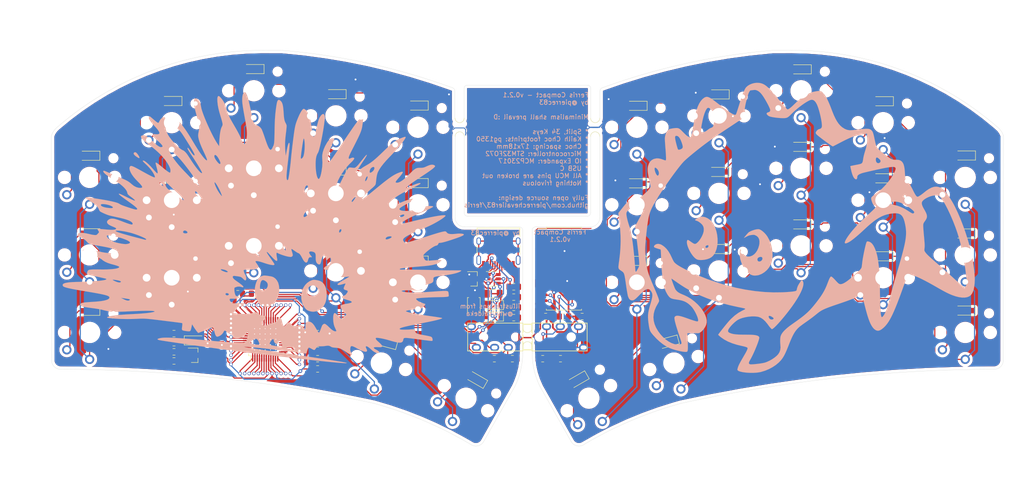
<source format=kicad_pcb>
(kicad_pcb (version 20221018) (generator pcbnew)
  (layers (0 "F.Cu" signal) (31 "B.Cu" signal) (34 "B.Paste" user) (35 "F.Paste" user) (36 "B.SilkS" user "B.Silkscreen") (37 "F.SilkS" user "F.Silkscreen") (38 "B.Mask" user) (39 "F.Mask" user) (44 "Edge.Cuts" user))
  (net 0 "")
  (net 1 "+5V")
  (net 2 "VCC")
  (net 3 "/col4")
  (net 4 "Net-(J1-PadA5)")
  (net 5 "Net-(J1-PadB5)")
  (net 6 "/col0")
  (net 7 "/col8")
  (net 8 "/col5")
  (net 9 "/col2")
  (net 10 "/col1")
  (net 11 "/col3")
  (net 12 "/col6")
  (net 13 "/col7")
  (net 14 "/col9")
  (net 15 "/row0,0")
  (net 16 "/row1,0")
  (net 17 "/row1,1")
  (net 18 "/row0,1")
  (net 19 "/row0,2")
  (net 20 "/row0,3")
  (net 21 "/row1,3")
  (net 22 "/row1,2")
  (net 23 "Net-(D0_0-Pad2)")
  (net 24 "Net-(D0_1-Pad2)")
  (net 25 "Net-(D0_2-Pad2)")
  (net 26 "Net-(D0_3-Pad2)")
  (net 27 "Net-(D0_5-Pad2)")
  (net 28 "Net-(D0_6-Pad2)")
  (net 29 "Net-(D0_7-Pad2)")
  (net 30 "Net-(D0_8-Pad2)")
  (net 31 "Net-(D0_9-Pad2)")
  (net 32 "Net-(D1_0-Pad2)")
  (net 33 "Net-(D1_1-Pad2)")
  (net 34 "Net-(D1_2-Pad2)")
  (net 35 "Net-(D1_3-Pad2)")
  (net 36 "Net-(D1_4-Pad2)")
  (net 37 "Net-(D1_5-Pad2)")
  (net 38 "Net-(D1_6-Pad2)")
  (net 39 "Net-(D1_7-Pad2)")
  (net 40 "Net-(D1_8-Pad2)")
  (net 41 "Net-(D1_9-Pad2)")
  (net 42 "Net-(D2_0-Pad2)")
  (net 43 "Net-(D2_1-Pad2)")
  (net 44 "Net-(D2_2-Pad2)")
  (net 45 "Net-(D2_3-Pad2)")
  (net 46 "Net-(D2_4-Pad2)")
  (net 47 "Net-(D2_5-Pad2)")
  (net 48 "Net-(D2_6-Pad2)")
  (net 49 "Net-(D2_7-Pad2)")
  (net 50 "Net-(D2_8-Pad2)")
  (net 51 "Net-(D2_9-Pad2)")
  (net 52 "Net-(D3_3-Pad2)")
  (net 53 "Net-(D3_4-Pad2)")
  (net 54 "Net-(D3_5-Pad2)")
  (net 55 "Net-(D3_6-Pad2)")
  (net 56 "Net-(D0_4-Pad2)")
  (net 57 "/D-")
  (net 58 "/D+")
  (net 59 "GND")
  (net 60 "+3V3")
  (net 61 "Net-(D3-Pad2)")
  (net 62 "Net-(J1-PadS1)")
  (net 63 "i2c_sda")
  (net 64 "i2c_scl")
  (net 65 "Net-(R6-Pad1)")
  (net 66 "BOOT0")
  (net 67 "NRST")
  (net 68 "VDD")
  (net 69 "i2c_sda_right")
  (net 70 "i2c_scl_right")
  (net 71 "Net-(U1-Pad2)")
  (net 72 "Net-(U1-Pad3)")
  (net 73 "Net-(U1-Pad4)")
  (net 74 "Net-(U1-Pad5)")
  (net 75 "Net-(U1-Pad6)")
  (net 76 "Net-(U1-Pad10)")
  (net 77 "Net-(U1-Pad11)")
  (net 78 "Net-(U1-Pad13)")
  (net 79 "Net-(U1-Pad14)")
  (net 80 "Net-(U1-Pad15)")
  (net 81 "Net-(U1-Pad16)")
  (net 82 "Net-(U1-Pad17)")
  (net 83 "Net-(U1-Pad18)")
  (net 84 "Net-(U1-Pad19)")
  (net 85 "Net-(U1-Pad20)")
  (net 86 "Net-(U1-Pad25)")
  (net 87 "Net-(U1-Pad26)")
  (net 88 "Net-(U1-Pad27)")
  (net 89 "Net-(U1-Pad28)")
  (net 90 "Net-(U1-Pad29)")
  (net 91 "Net-(U1-Pad30)")
  (net 92 "Net-(U1-Pad31)")
  (net 93 "Net-(U1-Pad34)")
  (net 94 "Net-(U1-Pad46)")
  (net 95 "Net-(J1-PadB8)")
  (net 96 "Net-(J1-PadA8)")
  (net 97 "Net-(U2-Pad28)")
  (net 98 "Net-(U2-Pad27)")
  (net 99 "Net-(U2-Pad26)")
  (net 100 "Net-(U2-Pad20)")
  (net 101 "Net-(U2-Pad19)")
  (net 102 "Net-(U2-Pad14)")
  (net 103 "Net-(U2-Pad11)")
  (net 104 "Net-(U2-Pad8)")
  (net 105 "Net-(U2-Pad7)")
  (net 106 "Net-(U2-Pad6)")
  (net 107 "Net-(U2-Pad5)")
  (footprint "Diode_SMD:D_SOD-123" (layer "F.Cu") (at 196 24.3 180)
    (fp_text reference "D0_8" hide)
    (fp_text value "1N4148W" hide)
  )
  (footprint "Diode_SMD:D_SOD-123" (layer "F.Cu") (at 178 17.3 180)
    (fp_text reference "D0_7" hide)
    (fp_text value "1N4148W" hide)
  )
  (footprint "Diode_SMD:D_SOD-123" (layer "F.Cu") (at 160 22.8 180)
    (fp_text reference "D0_6" hide)
    (fp_text value "1N4148W" hide)
  )
  (footprint "Diode_SMD:D_SOD-123" (layer "F.Cu") (at 214 36.2 180)
    (fp_text reference "D0_9" hide)
    (fp_text value "1N4148W" hide)
  )
  (footprint "Diode_SMD:D_SOD-123" (layer "F.Cu") (at 142 25.3 180)
    (fp_text reference "D0_5" hide)
    (fp_text value "1N4148W" hide)
  )
  (footprint "Diode_SMD:D_SOD-123" (layer "F.Cu") (at 142 42.3 180)
    (fp_text reference "D1_5" hide)
    (fp_text value "1N4148W" hide)
  )
  (footprint "Diode_SMD:D_SOD-123" (layer "F.Cu") (at 160 39.8 180)
    (fp_text reference "D1_6" hide)
    (fp_text value "1N4148W" hide)
  )
  (footprint "Diode_SMD:D_SOD-123" (layer "F.Cu") (at 178 34.3 180)
    (fp_text reference "D1_7" hide)
    (fp_text value "1N4148W" hide)
  )
  (footprint "Diode_SMD:D_SOD-123" (layer "F.Cu") (at 196 41.2 180)
    (fp_text reference "D1_8" hide)
    (fp_text value "1N4148W" hide)
  )
  (footprint "Diode_SMD:D_SOD-123" (layer "F.Cu") (at 214 53.3 180)
    (fp_text reference "D1_9" hide)
    (fp_text value "1N4148W" hide)
  )
  (footprint "Diode_SMD:D_SOD-123" (layer "F.Cu") (at 160 56.7 180)
    (fp_text reference "D2_6" hide)
    (fp_text value "1N4148W" hide)
  )
  (footprint "Diode_SMD:D_SOD-123" (layer "F.Cu") (at 214 70.2 180)
    (fp_text reference "D2_9" hide)
    (fp_text value "1N4148W" hide)
  )
  (footprint "Diode_SMD:D_SOD-123" (layer "F.Cu") (at 196 58.3 180)
    (fp_text reference "D2_8" hide)
    (fp_text value "1N4148W" hide)
  )
  (footprint "Diode_SMD:D_SOD-123" (layer "F.Cu") (at 142 59.3 180)
    (fp_text reference "D2_5" hide)
    (fp_text value "1N4148W" hide)
  )
  (footprint "Diode_SMD:D_SOD-123" (layer "F.Cu") (at 178 51.3 180)
    (fp_text reference "D2_7" hide)
    (fp_text value "1N4148W" hide)
  )
  (footprint "Diode_SMD:D_SOD-123" (layer "F.Cu") (at 129.1 85.4 -150)
    (fp_text reference "D3_5" hide)
    (fp_text value "1N4148W" hide)
  )
  (footprint "Diode_SMD:D_SOD-123" (layer "F.Cu") (at 148.9 77.1 -165)
    (fp_text reference "D3_6" hide)
    (fp_text value "1N4148W" hide)
  )
  (footprint "kbd:TRRS-PJ-320A" (layer "F.Cu") (at 119 76 90)
    (fp_text reference "Jack1" hide)
    (fp_text value "PJ-320A" hide)
  )
  (footprint "switches:Choc_PG1350_Choc_Spacing" (layer "F.Cu") (at 214 41)
    (fp_text reference "K0_9" hide)
    (fp_text value "KEYSW" hide)
  )
  (footprint "switches:Choc_PG1350_Choc_Spacing" (layer "F.Cu") (at 196 29)
    (fp_text reference "K0_8" hide)
    (fp_text value "KEYSW" hide)
  )
  (footprint "switches:Choc_PG1350_Choc_Spacing" (layer "F.Cu") (at 142 30)
    (fp_text reference "K0_5" hide)
    (fp_text value "KEYSW" hide)
  )
  (footprint "switches:Choc_PG1350_Choc_Spacing" (layer "F.Cu") (at 160 27.5)
    (fp_text reference "K0_6" hide)
    (fp_text value "KEYSW" hide)
  )
  (footprint "switches:Choc_PG1350_Choc_Spacing" (layer "F.Cu") (at 178 22)
    (fp_text reference "K0_7" hide)
    (fp_text value "KEYSW" hide)
  )
  (footprint "switches:Choc_PG1350_Choc_Spacing" (layer "F.Cu") (at 214 58)
    (fp_text reference "K1_9" hide)
    (fp_text value "KEYSW" hide)
  )
  (footprint "switches:Choc_PG1350_Choc_Spacing" (layer "F.Cu") (at 196 46)
    (fp_text reference "K1_8" hide)
    (fp_text value "KEYSW" hide)
  )
  (footprint "switches:Choc_PG1350_Choc_Spacing" (layer "F.Cu") (at 178 39)
    (fp_text reference "K1_7" hide)
    (fp_text value "KEYSW" hide)
  )
  (footprint "switches:Choc_PG1350_Choc_Spacing" (layer "F.Cu") (at 160 44.5)
    (fp_text reference "K1_6" hide)
    (fp_text value "KEYSW" hide)
  )
  (footprint "switches:Choc_PG1350_Choc_Spacing" (layer "F.Cu") (at 142 47)
    (fp_text reference "K1_5" hide)
    (fp_text value "KEYSW" hide)
  )
  (footprint "switches:Choc_PG1350_Choc_Spacing" (layer "F.Cu") (at 142 64)
    (fp_text reference "K2_5" hide)
    (fp_text value "KEYSW" hide)
  )
  (footprint "switches:Choc_PG1350_Choc_Spacing" (layer "F.Cu") (at 160 61.5)
    (fp_text reference "K2_6" hide)
    (fp_text value "KEYSW" hide)
  )
  (footprint "switches:Choc_PG1350_Choc_Spacing" (layer "F.Cu") (at 178 56)
    (fp_text reference "K2_7" hide)
    (fp_text value "KEYSW" hide)
  )
  (footprint "switches:Choc_PG1350_Choc_Spacing" (layer "F.Cu") (at 196 63)
    (fp_text reference "K2_8" hide)
    (fp_text value "KEYSW" hide)
  )
  (footprint "switches:Choc_PG1350_Choc_Spacing" (layer "F.Cu") (at 214 75)
    (fp_text reference "K2_9" hide)
    (fp_text value "KEYSW" hide)
  )
  (footprint "switches:Choc_PG1350_Choc_Spacing" (layer "F.Cu") (at 150.13 81.7 15)
    (fp_text reference "K3_6" hide)
    (fp_text value "KEYSW" hide)
  )
  (footprint "switches:Choc_PG1350_Choc_Spacing" (layer "F.Cu") (at 131.47 89.41 30)
    (fp_text reference "K3_5" hide)
    (fp_text value "KEYSW" hide)
  )
  (footprint "switches:Choc_PG1350_Choc_Spacing" (layer "F.Cu") (at 22 41)
    (fp_text reference "K0_0" hide)
    (fp_text value "KEYSW" hide)
  )
  (footprint "Resistor_SMD:R_0805_2012Metric_Pad1.15x1.40mm_HandSolder" (layer "F.Cu") (at 115 67.25 180)
    (fp_text reference "R1" hide)
    (fp_text value "5.1kΩ" hide)
  )
  (footprint "Diode_SMD:D_SOD-123" (layer "F.Cu") (at 40 58.25 180)
    (fp_text reference "D2_1" hide)
    (fp_text value "1N4148W" hide)
  )
  (footprint "switches:Choc_PG1350_Choc_Spacing" (layer "F.Cu") (at 76 44.5)
    (fp_text reference "K1_3" hide)
    (fp_text value "KEYSW" hide)
  )
  (footprint "Diode_SMD:D_SOD-123" (layer "F.Cu") (at 22 53.25 180)
    (fp_text reference "D1_0" hide)
    (fp_text value "1N4148W" hide)
  )
  (footprint "Diode_SMD:D_SOD-123" (layer "F.Cu") (at 94 59.25 180)
    (fp_text reference "D2_4" hide)
    (fp_text value "1N4148W" hide)
  )
  (footprint "Diode_SMD:D_SOD-123" (layer "F.Cu") (at 22 70.25 180)
    (fp_text reference "D2_0" hide)
    (fp_text value "1N4148W" hide)
  )
  (footprint "Diode_SMD:D_SOD-123" (layer "F.Cu") (at 58 17.25 180)
    (fp_text reference "D0_2" hide)
    (fp_text value "1N4148W" hide)
  )
  (footprint "Connector_USB:USB_C_Receptacle_HRO_TYPE-C-31-M-12" (layer "F.Cu") (at 111.64 56.01 180)
    (fp_text reference "J1" hide)
    (fp_text value "TYPE-C-31-M-12" hide)
  )
  (footprint "switches:Choc_PG1350_Choc_Spacing" (layer "F.Cu") (at 40 29)
    (fp_text reference "K0_1" hide)
    (fp_text value "KEYSW" hide)
  )
  (footprint "switches:Choc_PG1350_Choc_Spacing" (layer "F.Cu") (at 94 64)
    (fp_text reference "K2_4" hide)
    (fp_text value "KEYSW" hide)
  )
  (footprint "switches:Choc_PG1350_Choc_Spacing" (layer "F.Cu") (at 76 27.5)
    (fp_text reference "K0_3" hide)
    (fp_text value "KEYSW" hide)
  )
  (footprint "Diode_SMD:D_SOD-123" (layer "F.Cu") (at 40 41.25 180)
    (fp_text reference "D1_1" hide)
    (fp_text value "1N4148W" hide)
  )
  (footprint "Diode_SMD:D_SOD-123" (layer "F.Cu") (at 76 22.75 180)
    (fp_text reference "D0_3" hide)
    (fp_text value "1N4148W" hide)
  )
  (footprint "Diode_SMD:D_SOD-123" (layer "F.Cu") (at 106.84 85.28 150)
    (fp_text reference "D3_4" hide)
    (fp_text value "1N4148W" hide)
  )
  (footprint "switches:Choc_PG1350_Choc_Spacing" (layer "F.Cu") (at 22 75)
    (fp_text reference "K2_0" hide)
    (fp_text value "KEYSW" hide)
  )
  (footprint "Diode_SMD:D_SOD-123" (layer "F.Cu") (at 58 51 180)
    (fp_text reference "D2_2" hide)
    (fp_text value "1N4148W" hide)
  )
  (footprint "switches:Choc_PG1350_Choc_Spacing" (layer "F.Cu") (at 76 61.5)
    (fp_text reference "K2_3" hide)
    (fp_text value "KEYSW" hide)
  )
  (footprint "Diode_SMD:D_SOD-123" (layer "F.Cu") (at 87.18 77.21 165)
    (fp_text reference "D3_3" hide)
    (fp_text value "1N4148W" hide)
  )
  (footprint "Diode_SMD:D_SOD-123" (layer "F.Cu") (at 76 39.5 180)
    (fp_text reference "D1_3" hide)
    (fp_text value "1N4148W" hide)
  )
  (footprint "Diode_SMD:D_SOD-123" (layer "F.Cu") (at 58 34.25 180)
    (fp_text reference "D1_2" hide)
    (fp_text value "1N4148W" hide)
  )
  (footprint "Resistor_SMD:R_0805_2012Metric_Pad1.15x1.40mm_HandSolder" (layer "F.Cu") (at 115 65 180)
    (fp_text reference "R2" hide)
    (fp_text value "5.1kΩ" hide)
  )
  (footprint "Diode_SMD:D_SOD-123" (layer "F.Cu") (at 22 36.25 180)
    (fp_text reference "D0_0" hide)
    (fp_text value "1N4148W" hide)
  )
  (footprint "switches:Choc_PG1350_Choc_Spacing" (layer "F.Cu") (at 94 30)
    (fp_text reference "K0_4" hide)
    (fp_text value "KEYSW" hide)
  )
  (footprint "switches:Choc_PG1350_Choc_Spacing" (layer "F.Cu") (at 22 58)
    (fp_text reference "K1_0" hide)
    (fp_text value "KEYSW" hide)
  )
  (footprint "switches:Choc_PG1350_Choc_Spacing" (layer "F.Cu") (at 58 22)
    (fp_text reference "K0_2" hide)
    (fp_text value "KEYSW" hide)
  )
  (footprint "Diode_SMD:D_SOD-123" (layer "F.Cu") (at 94 42.25 180)
    (fp_text reference "D1_4" hide)
    (fp_text value "1N4148W" hide)
  )
  (footprint "Diode_SMD:D_SOD-123" (layer "F.Cu") (at 94 25.25 180)
    (fp_text reference "D0_4" hide)
    (fp_text value "1N4148W" hide)
  )
  (footprint "Diode_SMD:D_SOD-123" (layer "F.Cu") (at 40 24.25 180)
    (fp_text reference "D0_1" hide)
    (fp_text value "1N4148W" hide)
  )
  (footprint "switches:Choc_PG1350_Choc_Spacing" (layer "F.Cu") (at 104.53 89.41 -30)
    (fp_text reference "K3_4" hide)
    (fp_text value "KEYSW" hide)
  )
  (footprint "switches:Choc_PG1350_Choc_Spacing" (layer "F.Cu") (at 40 46)
    (fp_text reference "K1_1" hide)
    (fp_text value "KEYSW" hide)
  )
  (footprint "Resistor_SMD:R_0805_2012Metric_Pad1.15x1.40mm_HandSolder" (layer "F.Cu") (at 125.25 80.75)
    (fp_text reference "R7" hide)
    (fp_text value "4.7kΩ" hide)
  )
  (footprint "switches:Choc_PG1350_Choc_Spacing" (layer "F.Cu") (at 58 39)
    (fp_text reference "K1_2" hide)
    (fp_text value "KEYSW" hide)
  )
  (footprint "Diode_SMD:D_SOD-123" (layer "F.Cu") (at 76 56.75 180)
    (fp_text reference "D2_3" hide)
    (fp_text value "1N4148W" hide)
  )
  (footprint "switches:Choc_PG1350_Choc_Spacing" (layer "F.Cu") (at 40 63)
    (fp_text reference "K2_1" hide)
    (fp_text value "KEYSW" hide)
  )
  (footprint "switches:Choc_PG1350_Choc_Spacing" (layer "F.Cu") (at 94 47)
    (fp_text reference "K1_4" hide)
    (fp_text value "KEYSW" hide)
  )
  (footprint "kbd:TRRS-PJ-320A" (layer "F.Cu") (at 117 76 -90)
    (fp_text reference "Jack0" hide)
    (fp_text value "PJ-320A" hide)
  )
  (footprint "copper_pads:ferris_compact" (layer "F.Cu") (at 175.6 74.8 7)
    (fp_text reference "G***" hide)
    (fp_text value "LOGO" hide)
  )
  (footprint "Capacitor_SMD:C_0805_2012Metric_Pad1.15x1.40mm_HandSolder" (layer "F.Cu") (at 122 71.5)
    (fp_text reference "C13" hide)
    (fp_text value "0.1uF" hide)
  )
  (footprint "Capacitor_SMD:C_0805_2012Metric_Pad1.15x1.40mm_HandSolder" (layer "F.Cu") (at 130 71.5 180)
    (fp_text reference "C12" hide)
    (fp_text value "0.1uF" hide)
  )
  (footprint "Package_SO:SOIC-28W_7.5x17.9mm_P1.27mm" (layer "F.Cu") (at 126 61.04)
    (fp_text reference "U2" hide)
    (fp_text value "MCP23017-E/SO" hide)
  )
  (footprint "Resistor_SMD:R_0805_2012Metric_Pad1.15x1.40mm_HandSolder" (layer "F.Cu") (at 126 71.5)
    (fp_text reference "R6" hide)
    (fp_text value "10kΩ" hide)
  )
  (footprint "switches:Choc_PG1350_Choc_Spacing" (layer "F.Cu") (at 85.97 81.7 -15)
    (fp_text reference "K3_3" hide)
    (fp_text value "KEYSW" hide)
  )
  (footprint "switches:Choc_PG1350_Choc_Spacing" (layer "F.Cu") (at 58 56)
    (fp_text reference "K2_2" hide)
    (fp_text value "KEYSW" hide)
  )
  (footprint "Fuse:Fuse_1206_3216Metric" (layer "F.Cu") (at 110.5 66.5 180)
    (fp_text reference "F1" hide)
    (fp_text value "500mA" hide)
  )
  (footprint "Resistor_SMD:R_0805_2012Metric_Pad1.15x1.40mm_HandSolder" (layer "F.Cu") (at 121.35 80.75 180)
    (fp_text reference "R8" hide)
    (fp_text value "4.7kΩ" hide)
  )
  (footprint "panelization:mouse-bite-2mm-slot-with-space-for-track" (layer "F.Cu") (at 118 76.03 90)
    (fp_text reference "mouse-bite-2mm-slot" hide)
    (fp_text value "VAL**" hide)
  )
  (footprint "panelization:mouse-bite-2mm-slot-with-space-for-track" (layer "F.Cu") (at 132.85 30 90)
    (fp_text reference "mouse-bite-2mm-slot" hide)
    (fp_text value "VAL**" hide)
  )
  (footprint "copper_pads:ferris_compact" (layer "F.Cu") (at 117.1 34.75 60)
    (fp_text reference "G***" hide)
    (fp_text value "LOGO" hide)
  )
  (footprint "Capacitor_SMD:C_0805_2012Metric_Pad1.15x1.40mm_HandSolder" (layer "F.Cu") (at 115 71.75)
    (fp_text reference "C1" hide)
    (fp_text value "1uF" hide)
  )
  (footprint "Capacitor_SMD:C_0805_2012Metric_Pad1.15x1.40mm_HandSolder" (layer "F.Cu") (at 110.75 80.75 180)
    (fp_text reference "C2" hide)
    (fp_text value "1uF" hide)
  )
  (footprint "Capacitor_SMD:C_0805_2012Metric_Pad1.15x1.40mm_HandSolder" (layer "F.Cu") (at 40.5 77.25 180)
    (fp_text reference "C3" hide)
    (fp_text value "10uF" hide)
  )
  (footprint "Capacitor_SMD:C_0805_2012Metric_Pad1.15x1.40mm_HandSolder" (layer "F.Cu") (at 40.5 81.25 180)
    (fp_text reference "C4" hide)
    (fp_text value "4.7nF" hide)
  )
  (footprint "Capacitor_SMD:C_0805_2012Metric_Pad1.15x1.40mm_HandSolder" (layer "F.Cu") (at 54.5 66.5 180)
    (fp_text reference "C5" hide)
    (fp_text value "0.1uF" hide)
  )
  (footprint "Capacitor_SMD:C_0805_2012Metric_Pad1.15x1.40mm_HandSolder" (layer "F.Cu") (at 58.5 66.5)
    (fp_text reference "C6" hide)
    (fp_text value "4.7uF" hide)
  )
  (footprint "Capacitor_SMD:C_0805_2012Metric_Pad1.15x1.40mm_HandSolder" (layer "F.Cu") (at 72 80.75)
    (fp_text reference "C7" hide)
    (fp_text value "1uF" hide)
  )
  (footprint "Capacitor_SMD:C_0805_2012Metric_Pad1.15x1.40mm_HandSolder" (layer "F.Cu") (at 72 83)
    (fp_text reference "C8" hide)
    (fp_text value "10uF" hide)
  )
  (footprint "Capacitor_SMD:C_0805_2012Metric_Pad1.15x1.40mm_HandSolder" (layer "F.Cu") (at 40.5 79.25)
    (fp_text reference "C9" hide)
    (fp_text value "0.1uF" hide)
  )
  (footprint "Capacitor_SMD:C_0805_2012Metric_Pad1.15x1.40mm_HandSolder" (layer "F.Cu") (at 72 77.5 180)
    (fp_text reference "C10" hide)
    (fp_text value "0.1uF" hide)
  )
  (footprint "Capacitor_SMD:C_0805_2012Metric_Pad1.15x1.40mm_HandSolder" (layer "F.Cu") (at 72 75.25 180)
    (fp_text reference "C11" hide)
    (fp_text value "4.7uF" hide)
  )
  (footprint "Diode_SMD:D_SOD-123" (layer "F.Cu") (at 110.5 69 180)
    (fp_text reference "D1" hide)
    (fp_text value "SMF9.0CA" hide)
  )
  (footprint "Diode_SMD:D_SOD-123" (layer "F.Cu") (at 110.5 71.5 180)
    (fp_text reference "D2" hide)
    (fp_text value "RB060M-30TR" hide)
  )
  (footprint "Diode_SMD:D_SOD-123" (layer "F.Cu") (at 45 76.75)
    (fp_text reference "D3" hide)
    (fp_text value "1N4148W" hide)
  )
  (footprint "Package_TO_SOT_SMD:SOT-23" (layer "F.Cu") (at 45 80)
    (fp_text reference "Q1" hide)
    (fp_text value "PDTC123JT,215" hide)
  )
  (footprint "Resistor_SMD:R_0805_2012Metric_Pad1.15x1.40mm_HandSolder" (layer "F.Cu") (at 114.7 80.75)
    (fp_text reference "R4" hide)
    (fp_text value "100kΩ" hide)
  )
  (footprint "Resistor_SMD:R_0805_2012Metric_Pad1.15x1.40mm_HandSolder" (layer "F.Cu") (at 40.5 75.25 180)
    (fp_text reference "R5" hide)
    (fp_text value "100kΩ" hide)
  )
  (footprint "Button_Switch_SMD:SW_SPST_B3U-1000P" (layer "F.Cu") (at 106.25 69 -90)
    (fp_text reference "SW1" hide)
    (fp_text value "B3U-1000P" hide)
  )
  (footprint "breakout_pins:Dual_MCU_QFP_QFN_48_with_breakout_pins" (layer "F.Cu") (at 60.5 76.5 90)
    (fp_text reference "U1" hide)
    (fp_text value "STM32F072CBT6")
  )
  (footprint "Package_TO_SOT_SMD:SOT-23" (layer "F.Cu") (at 106.25 63.25)
    (fp_text reference "U3" hide)
    (fp_text value "MCP1700T-3302E/TT" hide)
  )
  (footprint "Package_TO_SOT_SMD:SOT-23-6" (layer "F.Cu") (at 110.5 63.25)
    (fp_text reference "U4" hide)
    (fp_text value "SRV05-4" hide)
  )
  (footprint "Resistor_SMD:R_0805_2012Metric_Pad1.15x1.40mm_HandSolder" (layer "F.Cu") (at 115 69.5)
    (fp_text reference "R3" hide)
    (fp_text value "100kΩ" hide)
  )
  (footprint "panelization:mouse-bite-2mm-slot-with-space-for-track" (layer "F.Cu") (at 103.15 30 90)
    (fp_text reference "mouse-bite-2mm-slot" hide)
    (fp_text value "VAL**" hide)
  )
  (footprint "silkscreens:unsafe_rust" (layer "B.Cu") (at 62.65 54.06 172)
    (fp_text reference "G***" hide)
    (fp_text value "LOGO" hide)
  )
  (footprint "silkscreens:safe_rust" (layer "B.Cu") (at 173.92 47 -173)
    (fp_text reference "G***" hide)
    (fp_text value "LOGO" hide)
  )
  (gr_arc (start 15.71 83.077536) (mid 14.281641 82.537499) (end 13.650019 81.147211) (stroke (width 0.05)) (layer "Edge.Cuts"))
  (gr_arc (start 116.965001 79.575918) (mid 116.507914 83.337265) (end 115.218305 86.900068) (stroke (width 0.05)) (layer "Edge.Cuts"))
  (gr_line (start 115.218305 86.900068) (end 108.37 98.99) (stroke (width 0.05)) (layer "Edge.Cuts"))
  (gr_arc (start 108.37 98.99) (mid 107.128995 99.859715) (end 105.638 99.588735) (stroke (width 0.05)) (layer "Edge.Cuts"))
  (gr_line (start 104.185001 51.83) (end 116.215001 51.850918) (stroke (width 0.05)) (layer "Edge.Cuts"))
  (gr_arc (start 116.215001 51.850918) (mid 116.745331 52.070588) (end 116.965001 52.600918) (stroke (width 0.05)) (layer "Edge.Cuts"))
  (gr_arc (start 104.185001 51.83) (mid 102.772533 51.280799) (end 102.15 49.899082) (stroke (width 0.05)) (layer "Edge.Cuts"))
  (gr_line (start 102.15 49.899082) (end 102.15 32) (stroke (width 0.05)) (layer "Edge.Cuts"))
  (gr_line (start 13.608055 31.898702) (end 13.650019 81.147211) (stroke (width 0.05)) (layer "Edge.Cuts"))
  (gr_arc (start 84.370665 90.557571) (mid 95.308068 94.357892) (end 105.638 99.588735) (stroke (width 0.05)) (layer "Edge.Cuts"))
  (gr_arc (start 15.71 83.077536) (mid 50.240258 84.982398) (end 84.370665 90.557571) (stroke (width 0.05)) (layer "Edge.Cuts"))
  (gr_line (start 116.965001 52.600918) (end 116.960001 73.960001) (stroke (width 0.05)) (layer "Edge.Cuts"))
  (gr_line (start 116.968788 78.029999) (end 116.965001 79.575918) (stroke (width 0.05)) (layer "Edge.Cuts"))
  (gr_arc (start 102.15 32) (mid 103.15 31) (end 104.15 32) (stroke (width 0.05)) (layer "Edge.Cuts"))
  (gr_line (start 104.15 32) (end 104.15 48.77) (stroke (width 0.05)) (layer "Edge.Cuts"))
  (gr_arc (start 104.1 21.51) (mid 104.31967 20.97967) (end 104.85 20.76) (stroke (width 0.05)) (layer "Edge.Cuts"))
  (gr_arc (start 104.10005 27.99) (mid 103.10505 29.000037) (end 102.1 28) (stroke (width 0.05)) (layer "Edge.Cuts"))
  (gr_arc (start 15.035 29.885) (mid 36.011524 17.453455) (end 60.008389 13.128139) (stroke (width 0.05)) (layer "Edge.Cuts"))
  (gr_line (start 64.208637 13.136374) (end 60.008389 13.128139) (stroke (width 0.05)) (layer "Edge.Cuts"))
  (gr_arc (start 101.665245 21.378889) (mid 101.982034 21.655645) (end 102.1 22.059419) (stroke (width 0.05)) (layer "Edge.Cuts"))
  (gr_arc (start 64.208637 13.136374) (mid 83.212558 16.005142) (end 101.665245 21.378889) (stroke (width 0.05)) (layer "Edge.Cuts"))
  (gr_line (start 102.1 28) (end 102.1 22.059419) (stroke (width 0.05)) (layer "Edge.Cuts"))
  (gr_arc (start 13.608055 31.898702) (mid 14.164929 30.780882) (end 15.035 29.885) (stroke (width 0.05)) (layer "Edge.Cuts"))
  (gr_line (start 171.791363 13.136374) (end 175.991611 13.128139) (stroke (width 0.05)) (layer "Edge.Cuts"))
  (gr_line (start 133.9 28) (end 133.9 22.059419) (stroke (width 0.05)) (layer "Edge.Cuts"))
  (gr_arc (start 134.334755 21.378889) (mid 152.787442 16.005142) (end 171.791363 13.136374) (stroke (width 0.05)) (layer "Edge.Cuts"))
  (gr_arc (start 133.9 22.059419) (mid 134.017966 21.655645) (end 134.334755 21.378889) (stroke (width 0.05)) (layer "Edge.Cuts"))
  (gr_arc (start 220.965 29.885) (mid 221.835071 30.780882) (end 222.391945 31.898702) (stroke (width 0.05)) (layer "Edge.Cuts"))
  (gr_arc (start 175.991611 13.128139) (mid 199.988476 17.453455) (end 220.965 29.885) (stroke (width 0.05)) (layer "Edge.Cuts"))
  (gr_arc (start 133.9 28) (mid 132.89495 29.000038) (end 131.89995 27.99) (stroke (width 0.05)) (layer "Edge.Cuts"))
  (gr_arc (start 131.15 20.76) (mid 131.68033 20.97967) (end 131.9 21.51) (stroke (width 0.05)) (layer "Edge.Cuts"))
  (gr_arc (start 131.85 48.77) (mid 131.63033 49.30033) (end 131.1 49.52) (stroke (width 0.05)) (layer "Edge.Cuts"))
  (gr_line (start 131.85 32) (end 131.85 48.77) (stroke (width 0.05)) (layer "Edge.Cuts"))
  (gr_line (start 131.89995 27.99) (end 131.9 21.51) (stroke (width 0.05)) (layer "Edge.Cuts"))
  (gr_arc (start 131.85 32) (mid 132.85 31) (end 133.85 32) (stroke (width 0.05)) (layer "Edge.Cuts"))
  (gr_line (start 119.029999 78.02) (end 119.034999 79.575918) (stroke (width 0.05)) (layer "Edge.Cuts"))
  (gr_line (start 119.034999 52.600918) (end 119.022181 74.01) (stroke (width 0.05)) (layer "Edge.Cuts"))
  (gr_arc (start 151.629335 90.557571) (mid 185.759742 84.982398) (end 220.29 83.077536) (stroke (width 0.05)) (layer "Edge.Cuts"))
  (gr_arc (start 120.781695 86.900068) (mid 119.492086 83.337265) (end 119.034999 79.575918) (stroke (width 0.05)) (layer "Edge.Cuts"))
  (gr_line (start 120.781695 86.900068) (end 127.63 98.99) (stroke (width 0.05)) (layer "Edge.Cuts"))
  (gr_line (start 133.85 49.899082) (end 133.85 32) (stroke (width 0.05)) (layer "Edge.Cuts"))
  (gr_arc (start 133.85 49.899082) (mid 133.227468 51.2808) (end 131.814999 51.83) (stroke (width 0.05)) (layer "Edge.Cuts"))
  (gr_arc (start 130.362 99.588735) (mid 140.691932 94.357892) (end 151.629335 90.557571) (stroke (width 0.05)) (layer "Edge.Cuts"))
  (gr_arc (start 222.349981 81.147211) (mid 221.718359 82.5375) (end 220.29 83.077536) (stroke (width 0.05)) (layer "Edge.Cuts"))
  (gr_arc (start 130.362 99.588735) (mid 128.871005 99.859715) (end 127.63 98.99) (stroke (width 0.05)) (layer "Edge.Cuts"))
  (gr_arc (start 119.034999 52.600918) (mid 119.254669 52.070588) (end 119.784999 51.850918) (stroke (width 0.05)) (layer "Edge.Cuts"))
  (gr_line (start 131.814999 51.83) (end 119.784999 51.850918) (stroke (width 0.05)) (layer "Edge.Cuts"))
  (gr_line (start 222.391945 31.898702) (end 222.349981 81.147211) (stroke (width 0.05)) (layer "Edge.Cuts"))
  (gr_line (start 104.9 49.52) (end 131.1 49.52) (stroke (width 0.05)) (layer "Edge.Cuts"))
  (gr_line (start 104.85 20.76) (end 131.15 20.76) (stroke (width 0.05)) (layer "Edge.Cuts"))
  (gr_line (start 104.10005 27.99) (end 104.1 21.51) (stroke (width 0.05)) (layer "Edge.Cuts"))
  (gr_arc (start 116.969952 78.029999) (mid 117.995 76.999964) (end 119.029999 78.02) (stroke (width 0.05)) (layer "Edge.Cuts"))
  (gr_arc (start 119.022181 74.01) (mid 117.964977 75.062071) (end 116.960001 73.960001) (stroke (width 0.05)) (layer "Edge.Cuts"))
  (gr_arc (start 104.9 49.52) (mid 104.36967 49.30033) (end 104.15 48.77) (stroke (width 0.05)) (layer "Edge.Cuts"))
  (gr_text "by @pierrec83\n\n\n\n\n\n\n\n\n\nillustrations from\n  @whoisaldeka" (at 116.5 62) (layer "B.SilkS") (effects (font (size 1 1)) (justify left mirror)))
  (gr_text "Ferris Compact - v0.2.1\nby @pierrec83\n\nMinimalism shall prevail :D\n\n* Split, 34 Keys\n* Kailh Choc footprints: pg1350\n* Choc spacing: 17x18mm\n* Microcontroller: STM32FO72\n* IO Expander: MCP23017\n* USB C\n* All MCU pins are broken out\n* Nothing frivolous\n\nFully open source design:\ngithub.com/pierrechevalier83/ferris" (at 131.5 35) (layer "B.SilkS") (effects (font (size 1 1)) (justify left mirror)))
  (gr_text "Ferris Compact\nv0.2.1" (at 125.15 53.8) (layer "B.SilkS") (effects (font (size 1 1)) (justify mirror)))
  (segment (start 112.15 69) (end 112.15 71.5) (width 0.3) (layer "F.Cu") (net 1))
  (segment (start 107.25 63.25) (end 107.25 63.535002) (width 0.3) (layer "F.Cu") (net 1))
  (segment (start 107.25 63.535002) (end 108.989988 65.27499) (width 0.3) (layer "F.Cu") (net 1))
  (segment (start 113.65 71.5) (end 113.9 71.75) (width 0.3) (layer "F.Cu") (net 1))
  (segment (start 113.9 71.75) (end 113.9 69.5) (width 0.3) (layer "F.Cu") (net 1))
  (segment (start 110.07501 65.626464) (end 110.07501 66.5) (width 0.3) (layer "F.Cu") (net 1))
  (segment (start 112.15 71.5) (end 113.65 71.5) (width 0.3) (layer "F.Cu") (net 1))
  (segment (start 112.15 66.75) (end 111.9 66.5) (width 0.3) (layer "F.Cu") (net 1))
  (segment (start 108.989988 65.27499) (end 109.723536 65.27499) (width 0.3) (layer "F.Cu") (net 1))
  (segment (start 113.9 69.5) (end 112.65 69.5) (width 0.3) (layer "F.Cu") (net 1))
  (segment (start 110.07501 66.5) (end 111.9 66.5) (width 0.3) (layer "F.Cu") (net 1))
  (segment (start 112.65 69.5) (end 112.15 69) (width 0.3) (layer "F.Cu") (net 1))
  (segment (start 112.15 69) (end 112.15 66.75) (width 0.3) (layer "F.Cu") (net 1))
  (segment (start 109.723536 65.27499) (end 110.07501 65.626464) (width 0.3) (layer "F.Cu") (net 1))
  (segment (start 106.449999 62.569999) (end 106.449999 63.849999) (width 0.3) (layer "F.Cu") (net 2))
  (segment (start 109.19 60.055) (end 109.19 59.169002) (width 0.3) (layer "F.Cu") (net 2))
  (segment (start 106.449999 63.849999) (end 109.1 66.5) (width 0.3) (layer "F.Cu") (net 2))
  (segment (start 109.425001 58.934001) (end 109.425001 58.285999) (width 0.3) (layer "F.Cu") (net 2))
  (segment (start 109.19 60.055) (end 109.305 60.055) (width 0.3) (layer "F.Cu") (net 2))
  (segment (start 112.590002 57.75) (end 114.09 59.249998) (width 0.3) (layer "F.Cu") (net 2))
  (segment (start 109.19 61.08) (end 109.095011 61.174989) (width 0.3) (layer "F.Cu") (net 2))
  (segment (start 114.09 59.249998) (end 114.09 60.055) (width 0.3) (layer "F.Cu") (net 2))
  (segment (start 109.961 57.75) (end 112.590002 57.75) (width 0.3) (layer "F.Cu") (net 2))
  (segment (start 109.19 60.055) (end 109.19 61.08) (width 0.3) (layer "F.Cu") (net 2))
  (segment (start 109.095011 61.174989) (end 107.845009 61.174989) (width 0.3) (layer "F.Cu") (net 2))
  (segment (start 109.425001 58.285999) (end 109.961 57.75) (width 0.3) (layer "F.Cu") (net 2))
  (segment (start 107.845009 61.174989) (end 106.449999 62.569999) (width 0.3) (layer "F.Cu") (net 2))
  (segment (start 109.19 59.169002) (end 109.425001 58.934001) (width 0.3) (layer "F.Cu") (net 2))
  (segment (start 52.57499 65.81182) (end 52.57499 70.57499) (width 0.25) (layer "F.Cu") (net 3))
  (segment (start 61.31316 66.69997) (end 59.58817 64.97498) (width 0.25) (layer "F.Cu") (net 3))
  (segment (start 52.57499 70.57499) (end 53 71) (width 0.25) (layer "F.Cu") (net 3))
  (segment (start 53.5875 71) (end 53 71) (width 0.25) (layer "F.Cu") (net 3))
  (segment (start 94 69.9) (end 92.82206 71.07794) (width 0.25) (layer "F.Cu") (net 3))
  (segment (start 68.029908 66.69997) (end 61.31316 66.69997) (width 0.25) (layer "F.Cu") (net 3))
  (segment (start 56.3375 73.75) (end 53.5875 71) (width 0.25) (layer "F.Cu") (net 3))
  (segment (start 92.82206 71.07794) (end 72.407878 71.07794) (width 0.25) (layer "F.Cu") (net 3))
  (segment (start 72.407878 71.07794) (end 68.029908 66.69997) (width 0.25) (layer "F.Cu") (net 3))
  (segment (start 59.58817 64.97498) (end 53.41183 64.97498) (width 0.25) (layer "F.Cu") (net 3))
  (segment (start 53.41183 64.97498) (end 52.57499 65.81182) (width 0.25) (layer "F.Cu") (net 3))
  (segment (start 101.58 91.493382) (end 101.58 94.51955) (width 0.254) (layer "B.Cu") (net 3))
  (segment (start 91.958499 54.941501) (end 91.958499 67.858499) (width 0.254) (layer "B.Cu") (net 3))
  (segment (start 100.630884 94.51955) (end 101.58 94.51955) (width 0.254) (layer "B.Cu") (net 3))
  (segment (start 94 35.9) (end 91.958499 37.941501) (width 0.254) (layer "B.Cu") (net 3))
  (segment (start 91.958499 37.941501) (end 91.958499 50.858499) (width 0.254) (layer "B.Cu") (net 3))
  (segment (start 91.958499 50.858499) (end 94 52.9) (width 0.254) (layer "B.Cu") (net 3))
  (segment (start 94 83.913382) (end 101.58 91.493382) (width 0.254) (layer "B.Cu") (net 3))
  (segment (start 94 52.9) (end 91.958499 54.941501) (width 0.254) (layer "B.Cu") (net 3))
  (segment (start 91.958499 67.858499) (end 94 69.9) (width 0.254) (layer "B.Cu") (net 3))
  (segment (start 94 69.9) (end 94 83.913382) (width 0.254) (layer "B.Cu") (net 3))
  (segment (start 113.925 67.25) (end 115.12499 66.05001) (width 0.25) (layer "F.Cu") (net 4))
  (segment (start 112.89 61.03) (end 112.89 60.055) (width 0.25) (layer "F.Cu") (net 4))
  (segment (start 112.965001 61.105001) (end 112.89 61.03) (width 0.25) (layer "F.Cu") (net 4))
  (segment (start 115.12499 63.049424) (end 113.180567 61.105001) (width 0.25) (layer "F.Cu") (net 4))
  (segment (start 113.180567 61.105001) (end 112.965001 61.105001) (width 0.25) (layer "F.Cu") (net 4))
  (segment (start 115.12499 66.05001) (end 115.12499 63.049424) (width 0.25) (layer "F.Cu") (net 4))
  (segment (start 109.89 60.055) (end 109.89 59.08) (width 0.25) (layer "F.Cu") (net 5))
  (segment (start 110.175001 58.794999) (end 110.175001 58.73353) (width 0.25) (layer "F.Cu") (net 5))
  (segment (start 114.200001 64.774999) (end 113.975 65) (width 0.25) (layer "F.Cu") (net 5))
  (segment (start 114.200001 63.464964) (end 114.200001 64.774999) (width 0.25) (layer "F.Cu") (net 5))
  (segment (start 109.89 59.08) (end 110.175001 58.794999) (width 0.25) (layer "F.Cu") (net 5))
  (segment (start 113.975 65) (end 114 65) (width 0.25) (layer "F.Cu") (net 5))
  (via (at 114.200001 63.464964) (size 0.8) (drill 0.4) (layers "F.Cu" "B.Cu") (net 5))
  (via (at 110.175001 58.73353) (size 0.8) (drill 0.4) (layers "F.Cu" "B.Cu") (net 5))
  (segment (start 110.175001 59.439964) (end 114.200001 63.464964) (width 0.25) (layer "B.Cu") (net 5))
  (segment (start 110.175001 58.73353) (end 110.175001 59.439964) (width 0.25) (layer "B.Cu") (net 5))
  (segment (start 51.348001 77.024999) (end 52.299999 77.976997) (width 0.25) (layer "F.Cu") (net 6))
  (segment (start 52.299999 78.299999) (end 53 79) (width 0.25) (layer "F.Cu") (net 6))
  (segment (start 27.772375 72.984331) (end 22 78.756706) (width 0.254) (layer "F.Cu") (net 6))
  (segment (start 49.502767 76.497233) (end 50.030533 77.024999) (width 0.25) (layer "F.Cu") (net 6))
  (segment (start 22 78.756706) (end 26.934607 73.822099) (width 0.254) (layer "F.Cu") (net 6))
  (segment (start 49.327767 76.322233) (end 49.502767 76.497233) (width 0.25) (layer "F.Cu") (net 6))
  (segment (start 56.3375 77.75) (end 54.25 77.75) (width 0.25) (layer "F.Cu") (net 6))
  (segment (start 50.030533 77.024999) (end 51.348001 77.024999) (width 0.25) (layer "F.Cu") (net 6))
  (segment (start 45.989865 72.984331) (end 27.772375 72.984331) (width 0.254) (layer "F.Cu") (net 6))
  (segment (start 22 80.9) (end 22 78.756706) (width 0.254) (layer "F.Cu") (net 6))
  (segment (start 54.25 77.75) (end 53 79) (width 0.25) (layer "F.Cu") (net 6))
  (segment (start 49.327767 76.322233) (end 45.989865 72.984331) (width 0.254) (layer "F.Cu") (net 6))
  (segment (start 52.299999 77.976997) (end 52.299999 78.299999) (width 0.25) (layer "F.Cu") (net 6))
  (segment (start 19.958499 78.858499) (end 22 80.9) (width 0.254) (layer "B.Cu") (net 6))
  (segment (start 22 63.9) (end 19.958499 65.941501) (width 0.254) (layer "B.Cu") (net 6))
  (segment (start 22 46.9) (end 19.958499 48.941501) (width 0.254) (layer "B.Cu") (net 6))
  (segment (start 19.958499 65.941501) (end 19.958499 78.858499) (width 0.254) (layer "B.Cu") (net 6))
  (segment (start 19.958499 61.858499) (end 22 63.9) (width 0.254) (layer "B.Cu") (net 6))
  (segment (start 19.958499 48.941501) (end 19.958499 61.858499) (width 0.254) (layer "B.Cu") (net 6))
  (segment (start 167.955399 61.591011) (end 173.9154 61.59101) (width 0.25) (layer "F.Cu") (net 7))
  (segment (start 173.9154 61.59101) (end 174.949411 60.556999) (width 0.25) (layer "F.Cu") (net 7))
  (segment (start 174.949411 60.556999) (end 177.626999 60.556999) (width 0.25) (layer "F.Cu") (net 7))
  (segment (start 137.865055 69.597011) (end 137.152989 69.597011) (width 0.254) (layer "F.Cu") (net 7))
  (segment (start 187.316589 60.552999) (end 188.81 62.04641) (width 0.25) (layer "F.Cu") (net 7))
  (segment (start 189.944313 68.374022) (end 190.470291 68.9) (width 0.254) (layer "F.Cu") (net 7))
  (segment (start 188.81 67.258044) (end 189.465978 67.914022) (width 0.25) (layer "F.Cu") (net 7))
  (segment (start 164.073248 65.47599) (end 167.5 62.049238) (width 0.25) (layer "F.Cu") (net 7))
  (segment (start 131.583089 57.865) (end 134.868089 61.15) (width 0.254) (layer "F.Cu") (net 7))
  (segment (start 189.465978 67.914022) (end 189.925978 68.374022) (width 0.254) (layer "F.Cu") (net 7))
  (segment (start 181.603001 60.556999) (end 181.607001 60.552999) (width 0.25) (layer "F.Cu") (net 7))
  (segment (start 138.396033 69.066033) (end 140.118058 67.34401) (width 0.254) (layer "F.Cu") (net 7))
  (segment (start 130.65 57.865) (end 131.583089 57.865) (width 0.254) (layer "F.Cu") (net 7))
  (segment (start 159.294302 65.47599) (end 162.59401 65.47599) (width 0.254) (layer "F.Cu") (net 7))
  (segment (start 157.426282 67.34401) (end 159.294302 65.47599) (width 0.254) (layer "F.Cu") (net 7))
  (segment (start 162.22599 65.47599) (end 162.59401 65.47599) (width 0.254) (layer "F.Cu") (net 7))
  (segment (start 134.868089 68.297798) (end 136.167302 69.597011) (width 0.254) (layer "F.Cu") (net 7))
  (segment (start 138.396033 69.066033) (end 137.865055 69.597011) (width 0.254) (layer "F.Cu") (net 7))
  (segment (start 190.470291 68.9) (end 196 68.9) (width 0.254) (layer "F.Cu") (net 7))
  (segment (start 189.925978 68.374022) (end 189.944313 68.374022) (width 0.254) (layer "F.Cu") (net 7))
  (segment (start 162.59401 65.47599) (end 163.33401 65.47599) (width 0.254) (layer "F.Cu") (net 7))
  (segment (start 163.33401 65.47599) (end 164.073248 65.47599) (width 0.25) (layer "F.Cu") (net 7))
  (segment (start 140.118058 67.34401) (end 157.426282 67.34401) (width 0.254) (layer "F.Cu") (net 7))
  (segment (start 188.81 62.04641) (end 188.81 67.258044) (width 0.25) (layer "F.Cu") (net 7))
  (segment (start 139.970086 67.49198) (end 138.396033 69.066033) (width 0.254) (layer "F.Cu") (net 7))
  (segment (start 181.486999 60.556999) (end 181.603001 60.556999) (width 0.25) (layer "F.Cu") (net 7))
  (segment (start 181.607001 60.552999) (end 187.316589 60.552999) (width 0.25) (layer "F.Cu") (net 7))
  (segment (start 167.5 62.04641) (end 167.955399 61.591011) (width 0.25) (layer "F.Cu") (net 7))
  (segment (start 177.626999 60.556999) (end 181.486999 60.556999) (width 0.254) (layer "F.Cu") (net 7))
  (segment (start 167.5 62.049238) (end 167.5 62.04641) (width 0.25) (layer "F.Cu") (net 7))
  (segment (start 136.167302 69.597011) (end 137.152989 69.597011) (width 0.254) (layer "F.Cu") (net 7))
  (segment (start 137.865056 69.597011) (end 137.152989 69.597011) (width 0.254) (layer "F.Cu") (net 7))
  (segment (start 134.868089 61.15) (end 134.868089 68.297798) (width 0.254) (layer "F.Cu") (net 7))
  (segment (start 198.041501 66.858499) (end 196 68.9) (width 0.254) (layer "B.Cu") (net 7))
  (segment (start 198.041501 53.941501) (end 198.041501 66.858499) (width 0.254) (layer "B.Cu") (net 7))
  (segment (start 196 51.9) (end 198.041501 53.941501) (width 0.254) (layer "B.Cu") (net 7))
  (segment (start 198.041501 36.941501) (end 198.041501 49.858499) (width 0.254) (layer "B.Cu") (net 7))
  (segment (start 196 34.9) (end 198.041501 36.941501) (width 0.254) (layer "B.Cu") (net 7))
  (segment (start 198.041501 49.858499) (end 196 51.9) (width 0.254) (layer "B.Cu") (net 7))
  (segment (start 138.429227 70.959041) (end 140.308268 69.08) (width 0.254) (layer "F.Cu") (net 8))
  (segment (start 141.18 69.08) (end 142 69.9) (width 0.254) (layer "F.Cu") (net 8))
  (segment (start 130.65 61.675) (end 131.891059 61.675) (width 0.254) (layer "F.Cu") (net 8))
  (segment (start 140.308268 69.08) (end 141.18 69.08) (width 0.254) (layer "F.Cu") (net 8))
  (segment (start 133.506059 68.861969) (end 135.603131 70.959041) (width 0.254) (layer "F.Cu") (net 8))
  (segment (start 131.891059 61.675) (end 133.506059 63.29) (width 0.254) (layer "F.Cu") (net 8))
  (segment (start 135.603131 70.959041) (end 138.429227 70.959041) (width 0.254) (layer "F.Cu") (net 8))
  (segment (start 133.506059 63.29) (end 133.506059 68.861969) (width 0.254) (layer "F.Cu") (net 8))
  (segment (start 142 86.93955) (end 142 69.9) (width 0.254) (layer "B.Cu") (net 8))
  (segment (start 142 69.9) (end 144.041501 67.858499) (width 0.254) (layer "B.Cu") (net 8))
  (segment (start 134.42 94.51955) (end 142 86.93955) (width 0.254) (layer "B.Cu") (net 8))
  (segment (start 144.041501 67.858499) (end 144.041501 54.941501) (width 0.254) (layer "B.Cu") (net 8))
  (segment (start 144.041501 54.941501) (end 142 52.9) (width 0.254) (layer "B.Cu") (net 8))
  (segment (start 142 52.9) (end 144.041501 50.858499) (width 0.254) (layer "B.Cu") (net 8))
  (segment (start 144.041501 50.858499) (end 144.041501 37.941501) (width 0.254) (layer "B.Cu") (net 8))
  (segment (start 144.041501 37.941501) (end 142 35.9) (width 0.254) (layer "B.Cu") (net 8))
  (segment (start 58 61.9) (end 55.21399 61.9) (width 0.25) (layer "F.Cu") (net 9))
  (segment (start 51.549989 65.564001) (end 51.549989 72.401029) (width 0.25) (layer "F.Cu") (net 9))
  (segment (start 56.30501 74.72501) (end 54.72501 74.72501) (width 0.25) (layer "F.Cu") (net 9))
  (segment (start 51.549989 72.401029) (end 52.14896 73) (width 0.25) (layer "F.Cu") (net 9))
  (segment (start 55.21399 61.9) (end 51.549989 65.564001) (width 0.25) (layer "F.Cu") (net 9))
  (segment (start 56.33 74.75) (end 56.30501 74.72501) (width 0.25) (layer "F.Cu") (net 9))
  (segment (start 52.14896 73) (end 52.75 73) (width 0.25) (layer "F.Cu") (net 9))
  (segment (start 56.3375 74.75) (end 56.33 74.75) (width 0.25) (layer "F.Cu") (net 9))
  (segment (start 54.72501 74.72501) (end 53 73) (width 0.25) (layer "F.Cu") (net 9))
  (segment (start 55.958499 29.941501) (end 55.958499 42.858499) (width 0.254) (layer "B.Cu") (net 9))
  (segment (start 55.958499 42.858499) (end 58 44.9) (width 0.254) (layer "B.Cu") (net 9))
  (segment (start 55.958499 59.858499) (end 55.958499 46.941501) (width 0.254) (layer "B.Cu") (net 9))
  (segment (start 58 61.9) (end 55.958499 59.858499) (width 0.254) (layer "B.Cu") (net 9))
  (segment (start 58 27.9) (end 55.958499 29.941501) (width 0.254) (layer "B.Cu") (net 9))
  (segment (start 55.958499 46.941501) (end 58 44.9) (width 0.254) (layer "B.Cu") (net 9))
  (segment (start 44.465314 68.9) (end 40 68.9) (width 0.25) (layer "F.Cu") (net 10))
  (segment (start 52.75 74) (end 49.565314 74) (width 0.25) (layer "F.Cu") (net 10))
  (segment (start 55.95501 75.22501) (end 54.22501 75.22501) (width 0.25) (layer "F.Cu") (net 10))
  (segment (start 56.3375 75.25) (end 55.98 75.25) (width 0.25) (layer "F.Cu") (net 10))
  (segment (start 49.565314 74) (end 44.465314 68.9) (width 0.25) (layer "F.Cu") (net 10))
  (segment (start 54.22501 75.22501) (end 53 74) (width 0.25) (layer "F.Cu") (net 10))
  (segment (start 55.98 75.25) (end 55.95501 75.22501) (width 0.25) (layer "F.Cu") (net 10))
  (segment (start 37.958499 36.941501) (end 40 34.9) (width 0.254) (layer "B.Cu") (net 10))
  (segment (start 37.958499 53.941501) (end 37.958499 66.858499) (width 0.254) (layer "B.Cu") (net 10))
  (segment (start 40 51.9) (end 37.958499 49.858499) (width 0.254) (layer "B.Cu") (net 10))
  (segment (start 37.958499 49.858499) (end 37.958499 36.941501) (width 0.254) (layer "B.Cu") (net 10))
  (segment (start 37.958499 66.858499) (end 40 68.9) (width 0.254) (layer "B.Cu") (net 10))
  (segment (start 40 51.9) (end 37.958499 53.941501) (width 0.254) (layer "B.Cu") (net 10))
  (segment (start 51.999999 65.750401) (end 51.999999 71.851039) (width 0.25) (layer "F.Cu") (net 11))
  (segment (start 70.058174 68.091826) (end 68.216308 66.24996) (width 0.25) (layer "F.Cu") (net 11))
  (segment (start 68.216308 66.24996) (end 61.49956 66.24996) (width 0.25) (layer "F.Cu") (net 11))
  (segment (start 53.2504 64.5) (end 51.999999 65.750401) (width 0.25) (layer "F.Cu") (net 11))
  (segment (start 53.036002 72) (end 53 72) (width 0.25) (layer "F.Cu") (net 11))
  (segment (start 75.308174 68.091826) (end 70.058174 68.091826) (width 0.25) (layer "F.Cu") (net 11))
  (segment (start 59.7496 64.5) (end 53.2504 64.5) (width 0.25) (layer "F.Cu") (net 11))
  (segment (start 51.999999 71.851039) (end 52.14896 72) (width 0.25) (layer "F.Cu") (net 11))
  (segment (start 52.14896 72) (end 52.75 72) (width 0.25) (layer "F.Cu") (net 11))
  (segment (start 56.3375 74.25) (end 55.286002 74.25) (width 0.25) (layer "F.Cu") (net 11))
  (segment (start 61.49956 66.24996) (end 59.7496 64.5) (width 0.25) (layer "F.Cu") (net 11))
  (segment (start 76 67.4) (end 75.308174 68.091826) (width 0.25) (layer "F.Cu") (net 11))
  (segment (start 55.286002 74.25) (end 53.036002 72) (width 0.25) (layer "F.Cu") (net 11))
  (segment (start 77.163809 78.526191) (end 84.442968 85.805349) (width 0.254) (layer "B.Cu") (net 11))
  (segment (start 73.958499 48.358499) (end 76 50.4) (width 0.254) (layer "B.Cu") (net 11))
  (segment (start 73.958499 52.441501) (end 73.958499 65.358499) (width 0.254) (layer "B.Cu") (net 11))
  (segment (start 76 33.4) (end 73.958499 35.441501) (width 0.254) (layer "B.Cu") (net 11))
  (segment (start 73.958499 65.358499) (end 76 67.4) (width 0.254) (layer "B.Cu") (net 11))
  (segment (start 73.958499 35.441501) (end 73.958499 48.358499) (width 0.254) (layer "B.Cu") (net 11))
  (segment (start 76 50.4) (end 73.958499 52.441501) (width 0.254) (layer "B.Cu") (net 11))
  (segment (start 77.163809 68.563809) (end 76 67.4) (width 0.254) (layer "B.Cu") (net 11))
  (segment (start 84.442968 85.805349) (end 84.442968 87.398962) (width 0.254) (layer "B.Cu") (net 11))
  (segment (start 77.117617 78.479999) (end 77.163809 78.526191) (width 0.254) (layer "B.Cu") (net 11))
  (segment (start 77.163809 78.526191) (end 77.163809 68.563809) (width 0.254) (layer "B.Cu") (net 11))
  (segment (start 140.0481 68.6981) (end 140.49417 68.25203) (width 0.254) (layer "F.Cu") (net 12))
  (segment (start 133.960069 62.690069) (end 133.960069 68.673912) (width 0.254) (layer "F.Cu") (net 12))
  (segment (start 133.960069 68.673912) (end 135.791188 70.505031) (width 0.254) (layer "F.Cu") (net 12))
  (segment (start 158.654426 67.4) (end 160 67.4) (width 0.254) (layer "F.Cu") (net 12))
  (segment (start 140.49417 68.25203) (end 157.802396 68.25203) (width 0.254) (layer "F.Cu") (net 12))
  (segment (start 138.24117 70.505031) (end 140.0481 68.6981) (width 0.254) (layer "F.Cu") (net 12))
  (segment (start 140.28002 68.466179) (end 140.0481 68.6981) (width 0.254) (layer "F.Cu") (net 12))
  (segment (start 130.65 60.405) (end 131.675 60.405) (width 0.254) (layer "F.Cu") (net 12))
  (segment (start 135.791188 70.505031) (end 138.24117 70.505031) (width 0.254) (layer "F.Cu") (net 12))
  (segment (start 131.675 60.405) (end 133.960069 62.690069) (width 0.254) (layer "F.Cu") (net 12))
  (segment (start 157.802396 68.25203) (end 158.654426 67.4) (width 0.254) (layer "F.Cu") (net 12))
  (segment (start 156.620493 70.779507) (end 160 67.4) (width 0.254) (layer "B.Cu") (net 12))
  (segment (start 162.041501 65.358499) (end 162.041501 52.441501) (width 0.254) (layer "B.Cu") (net 12))
  (segment (start 160 50.4) (end 162.041501 48.358499) (width 0.254) (layer "B.Cu") (net 12))
  (segment (start 162.041501 35.441501) (end 160 33.4) (width 0.254) (layer "B.Cu") (net 12))
  (segment (start 160 67.4) (end 162.041501 65.358499) (width 0.254) (layer "B.Cu") (net 12))
  (segment (start 162.041501 48.358499) (end 162.041501 35.441501) (width 0.254) (layer "B.Cu") (net 12))
  (segment (start 151.657032 87.398962) (end 156.620493 82.435501) (width 0.254) (layer "B.Cu") (net 12))
  (segment (start 162.041501 52.441501) (end 160 50.4) (width 0.254) (layer "B.Cu") (net 12))
  (segment (start 156.620493 82.435501) (end 156.620493 70.779507) (width 0.254) (layer "B.Cu") (net 12))
  (segment (start 130.65 59.135) (end 131.675 59.135) (width 0.254) (layer "F.Cu") (net 13))
  (segment (start 157.614339 67.79802) (end 158.911179 66.50118) (width 0.254) (layer "F.Cu") (net 13))
  (segment (start 140.158144 67.94599) (end 139.872067 68.232067) (width 0.254) (layer "F.Cu") (net 13))
  (segment (start 168.141801 62.041019) (end 174.101801 62.041019) (width 0.25) (layer "F.Cu") (net 13))
  (segment (start 167.95 62.23282) (end 168.141801 62.041019) (width 0.25) (layer "F.Cu") (net 13))
  (segment (start 167.95 62.235648) (end 167.95 62.23282) (width 0.25) (layer "F.Cu") (net 13))
  (segment (start 175.133811 61.009009) (end 177.109009 61.009009) (width 0.25) (layer "F.Cu") (net 13))
  (segment (start 164.06 65.93) (end 164.255648 65.93) (width 0.25) (layer "F.Cu") (net 13))
  (segment (start 134.414079 61.874079) (end 134.414079 68.485855) (width 0.254) (layer "F.Cu") (net 13))
  (segment (start 139.732067 68.372067) (end 139.872067 68.232067) (width 0.254) (layer "F.Cu") (net 13))
  (segment (start 140.306114 67.79802) (end 157.614339 67.79802) (width 0.254) (layer "F.Cu") (net 13))
  (segment (start 138.053113 70.051021) (end 139.732067 68.372067) (width 0.254) (layer "F.Cu") (net 13))
  (segment (start 139.732067 68.372067) (end 140.306114 67.79802) (width 0.254) (layer "F.Cu") (net 13))
  (segment (start 174.101801 62.041019) (end 175.133811 61.009009) (width 0.25) (layer "F.Cu") (net 13))
  (segment (start 164.06 65.93) (end 159.482358 65.93) (width 0.254) (layer "F.Cu") (net 13))
  (segment (start 135.979245 70.051021) (end 138.053113 70.051021) (width 0.254) (layer "F.Cu") (net 13))
  (segment (start 177.109009 61.009009) (end 178 61.9) (width 0.25) (layer "F.Cu") (net 13))
  (segment (start 131.675 59.135) (end 134.414079 61.874079) (width 0.254) (layer "F.Cu") (net 13))
  (segment (start 134.414079 68.485855) (end 135.979245 70.051021) (width 0.254) (layer "F.Cu") (net 13))
  (segment (start 159.482358 65.93) (end 158.911179 66.501179) (width 0.254) (layer "F.Cu") (net 13))
  (segment (start 164.255648 65.93) (end 167.95 62.235648) (width 0.25) (layer "F.Cu") (net 13))
  (segment (start 140.091963 68.012169) (end 139.872067 68.232067) (width 0.254) (layer "F.Cu") (net 13))
  (segment (start 158.911179 66.50118) (end 158.911179 66.501179) (width 0.254) (layer "F.Cu") (net 13))
  (segment (start 178 61.9) (end 180.041501 59.858499) (width 0.254) (layer "B.Cu") (net 13))
  (segment (start 180.041501 59.858499) (end 180.041501 46.941501) (width 0.254) (layer "B.Cu") (net 13))
  (segment (start 180.041501 29.941501) (end 178 27.9) (width 0.254) (layer "B.Cu") (net 13))
  (segment (start 180.041501 46.941501) (end 178 44.9) (width 0.254) (layer "B.Cu") (net 13))
  (segment (start 180.041501 42.858499) (end 180.041501 29.941501) (width 0.254) (layer "B.Cu") (net 13))
  (segment (start 178 44.9) (end 180.041501 42.858499) (width 0.254) (layer "B.Cu") (net 13))
  (segment (start 205.016999 67.556999) (end 206.42 68.96) (width 0.25) (layer "F.Cu") (net 14))
  (segment (start 178.507011 60.102989) (end 174.767011 60.102989) (width 0.25) (layer "F.Cu") (net 14))
  (segment (start 190.593001 68.143001) (end 190.358319 68.143001) (width 0.25) (layer "F.Cu") (net 14))
  (segment (start 206.46 68.96) (end 207.324099 69.824099) (width 0.25) (layer "F.Cu") (net 14))
  (segment (start 192.230643 67.556999) (end 191.644641 68.143001) (width 0.254) (layer "F.Cu") (net 14))
  (segment (start 214 80.9) (end 208.29 80.9) (width 0.254) (layer "F.Cu") (net 14))
  (segment (start 174.767011 60.102989) (end 173.728999 61.141001) (width 0.25) (layer "F.Cu") (net 14))
  (segment (start 208.29 80.9) (end 207.585 80.195) (width 0.254) (layer "F.Cu") (net 14))
  (segment (start 187.502989 60.102989) (end 181.227011 60.102989) (width 0.25) (layer "F.Cu") (net 14))
  (segment (start 135.322099 68.109741) (end 136.355359 69.143001) (width 0.254) (layer "F.Cu") (net 14))
  (segment (start 206.42 68.96) (end 206.46 68.96) (width 0.25) (layer "F.Cu") (net 14))
  (segment (start 130.65 56.595) (end 131.675 56.595) (width 0.254) (layer "F.Cu") (net 14))
  (segment (start 157.238226 66.89) (end 159.115067 65.013159) (width 0.254) (layer "F.Cu") (net 14))
  (segment (start 131.675 56.595) (end 135.322099 60.242099) (width 0.254) (layer "F.Cu") (net 14))
  (segment (start 167.768999 61.141001) (end 163.896841 65.013159) (width 0.25) (layer "F.Cu") (net 14))
  (segment (start 136.355359 69.143001) (end 137.676999 69.143001) (width 0.254) (layer "F.Cu") (net 14))
  (segment (start 173.728999 61.141001) (end 167.768999 61.141001) (width 0.25) (layer "F.Cu") (net 14))
  (segment (start 196.076999 67.556999) (end 205.016999 67.556999) (width 0.25) (layer "F.Cu") (net 14))
  (segment (start 137.676999 69.143001) (end 139.93 66.89) (width 0.254) (layer "F.Cu") (net 14))
  (segment (start 189.324099 61.924099) (end 187.502989 60.102989) (width 0.25) (layer "F.Cu") (net 14))
  (segment (start 207.324099 79.934099) (end 207.585 80.195) (width 0.25) (layer "F.Cu") (net 14))
  (segment (start 159.115067 65.013159) (end 163.896841 65.013159) (width 0.254) (layer "F.Cu") (net 14))
  (segment (start 207.324099 69.824099) (end 207.324099 79.934099) (width 0.25) (layer "F.Cu") (net 14))
  (segment (start 181.227011 60.102989) (end 178.507011 60.102989) (width 0.254) (layer "F.Cu") (net 14))
  (segment (start 189.324099 67.108781) (end 189.324099 61.924099) (width 0.25) (layer "F.Cu") (net 14))
  (segment (start 196.076999 67.556999) (end 192.230643 67.556999) (width 0.254) (layer "F.Cu") (net 14))
  (segment (start 190.358319 68.143001) (end 189.324099 67.108781) (width 0.25) (layer "F.Cu") (net 14))
  (segment (start 191.644641 68.143001) (end 190.593001 68.143001) (width 0.254) (layer "F.Cu") (net 14))
  (segment (start 135.322099 60.242099) (end 135.322099 68.109741) (width 0.254) (layer "F.Cu") (net 14))
  (segment (start 139.93 66.89) (end 157.238226 66.89) (width 0.254) (layer "F.Cu") (net 14))
  (segment (start 216.041501 61.858499) (end 216.041501 48.941501) (width 0.254) (layer "B.Cu") (net 14))
  (segment (start 216.041501 78.858499) (end 216.041501 65.941501) (width 0.254) (layer "B.Cu") (net 14))
  (segment (start 214 80.9) (end 216.041501 78.858499) (width 0.254) (layer "B.Cu") (net 14))
  (segment (start 214 63.9) (end 216.041501 61.858499) (width 0.254) (layer "B.Cu") (net 14))
  (segment (start 216.041501 65.941501) (end 214 63.9) (width 0.254) (layer "B.Cu") (net 14))
  (segment (start 216.041501 48.941501) (end 214 46.9) (width 0.254) (layer "B.Cu") (net 14))
  (segment (start 94.722999 24.322999) (end 95.65 25.25) (width 0.254) (layer "F.Cu") (net 15))
  (segment (start 77.922301 22.477699) (end 84.463737 22.477699) (width 0.254) (layer "F.Cu") (net 15))
  (segment (start 86.309037 24.322999) (end 94.722999 24.322999) (width 0.254) (layer "F.Cu") (net 15))
  (segment (start 23.65 39.628578) (end 23.65 36.25) (width 0.254) (layer "F.Cu") (net 15))
  (segment (start 56.18 76.75) (end 56.15501 76.77499) (width 0.25) (layer "F.Cu") (net 15))
  (segment (start 48.7188 75.0712) (end 46.177921 72.530321) (width 0.254) (layer "F.Cu") (net 15))
  (segment (start 35.39 24.26) (end 36.327001 23.322999) (width 0.254) (layer "F.Cu") (net 15))
  (segment (start 51.493256 76.266518) (end 49.914118 76.266518) (width 0.25) (layer "F.Cu") (net 15))
  (segment (start 24.041501 66.308499) (end 24.041501 57.020079) (width 0.254) (layer "F.Cu") (net 15))
  (segment (start 77.65 22.75) (end 77.922301 22.477699) (width 0.254) (layer "F.Cu") (net 15))
  (segment (start 55.659999 16.349999) (end 58.749999 16.349999) (width 0.2) (layer "F.Cu") (net 15))
  (segment (start 33.12 26.53) (end 35.39 24.26) (width 0.25) (layer "F.Cu") (net 15))
  (segment (start 21.7 68.65) (end 24.041501 66.308499) (width 0.254) (layer "F.Cu") (net 15))
  (segment (start 30.85 35.08) (end 33.12 32.81) (width 0.25) (layer "F.Cu") (net 15))
  (segment (start 23.65 36.25) (end 24.82 35.08) (width 0.25) (layer "F.Cu") (net 15))
  (segment (start 46.177921 72.530321) (end 22.430321 72.530321) (width 0.254) (layer "F.Cu") (net 15))
  (segment (start 52.226738 77) (end 51.493256 76.266518) (width 0.25) (layer "F.Cu") (net 15))
  (segment (start 40.722999 23.322999) (end 41.65 24.25) (width 0.254) (layer "F.Cu") (net 15))
  (segment (start 24.041501 40.020079) (end 23.65 39.628578) (width 0.254) (layer "F.Cu") (net 15))
  (segment (start 84.463737 22.477699) (end 86.309037 24.322999) (width 0.254) (layer "F.Cu") (net 15))
  (segment (start 59.65 17.25) (end 59.922301 16.977699) (width 0.254) (layer "F.Cu") (net 15))
  (segment (start 76.71 21.81) (end 77.65 22.75) (width 0.254) (layer "F.Cu") (net 15))
  (segment (start 21.7 71.8) (end 21.7 68.65) (width 0.254) (layer "F.Cu") (net 15))
  (segment (start 53.22501 76.77499) (end 53 77) (width 0.25) (layer "F.Cu") (net 15))
  (segment (start 75.49 20.59) (end 76.71 21.81) (width 0.25) (layer "F.Cu") (net 15))
  (segment (start 49.309988 22.70001) (end 55.659999 16.349999) (width 0.2) (layer "F.Cu") (net 15))
  (segment (start 62.99 20.59) (end 75.49 20.59) (width 0.25) (layer "F.Cu") (net 15))
  (segment (start 56.15501 76.77499) (end 53.22501 76.77499) (width 0.25) (layer "F.Cu") (net 15))
  (segment (start 52.75 77) (end 52.226738 77) (width 0.25) (layer "F.Cu") (net 15))
  (segment (start 22.430321 72.530321) (end 21.7 71.8) (width 0.254) (layer "F.Cu") (net 15))
  (segment (start 58.749999 16.349999) (end 59.65 17.25) (width 0.2) (layer "F.Cu") (net 15))
  (segment (start 21.8 54.778578) (end 21.8 52.4) (width 0.254) (layer "F.Cu") (net 15))
  (segment (start 24.041501 57.020079) (end 21.8 54.778578) (width 0.254) (layer "F.Cu") (net 15))
  (segment (start 21.8 52.4) (end 24.041501 50.158499) (width 0.254) (layer "F.Cu") (net 15))
  (segment (start 24.041501 50.158499) (end 24.041501 40.020079) (width 0.254) (layer "F.Cu") (net 15))
  (segment (start 56.3375 76.75) (end 56.18 76.75) (width 0.25) (layer "F.Cu") (net 15))
  (segment (start 59.65 17.25) (end 62.99 20.59) (width 0.25) (layer "F.Cu") (net 15))
  (segment (start 49.914118 76.266518) (end 48.7188 75.0712) (width 0.25) (layer "F.Cu") (net 15))
  (segment (start 36.327001 23.322999) (end 40.722999 23.322999) (width 0.254) (layer "F.Cu") (net 15))
  (segment (start 41.65 24.25) (end 43.19999 22.70001) (width 0.2) (layer "F.Cu") (net 15))
  (segment (start 43.19999 22.70001) (end 49.309988 22.70001) (width 0.2) (layer "F.Cu") (net 15))
  (segment (start 33.12 32.81) (end 33.12 26.53) (width 0.25) (layer "F.Cu") (net 15))
  (segment (start 24.82 35.08) (end 30.85 35.08) (width 0.25) (layer "F.Cu") (net 15))
  (segment (start 135.54 52.39) (end 135.54 50.253897) (width 0.2) (layer "F.Cu") (net 16))
  (segment (start 198.039501 24.689501) (end 198.039501 27.279835) (width 0.25) (layer "F.Cu") (net 16))
  (segment (start 175.535001 16.374999) (end 170.99 20.92) (width 0.25) (layer "F.Cu") (net 16))
  (segment (start 134.51799 53.41201) (end 135.54 52.39) (width 0.2) (layer "F.Cu") (net 16))
  (segment (start 138.443009 30.506991) (end 140.615 28.335) (width 0.2) (layer "F.Cu") (net 16))
  (segment (start 198.039501 27.279835) (end 205.349666 34.59) (width 0.25) (layer "F.Cu") (net 16))
  (segment (start 144.270009 24.679991) (end 154.831407 24.679991) (width 0.254) (layer "F.Cu") (net 16))
  (segment (start 130.27799 53.41201) (end 121.97701 53.41201) (width 0.254) (layer "F.Cu") (net 16))
  (segment (start 138.38 47.1) (end 138.38 36.81) (width 0.2) (layer "F.Cu") (net 16))
  (segment (start 179.65 17.3) (end 180.503334 17.3) (width 0.2) (layer "F.Cu") (net 16))
  (segment (start 130.27799 53.41201) (end 134.51799 53.41201) (width 0.2) (layer "F.Cu") (net 16))
  (segment (start 163.53 20.92) (end 170.99 20.92) (width 0.25) (layer "F.Cu") (net 16))
  (segment (start 121.97701 53.41201) (end 121.35 52.785) (width 0.254) (layer "F.Cu") (net 16))
  (segment (start 130.84799 53.41201) (end 130.27799 53.41201) (width 0.254) (layer "F.Cu") (net 16))
  (segment (start 179.65 17.3) (end 178.724999 16.374999) (width 0.25) (layer "F.Cu") (net 16))
  (segment (start 186.603333 23.399999) (end 196.749999 23.399999) (width 0.2) (layer "F.Cu") (net 16))
  (segment (start 138.38 47.472318) (end 138.38 47.1) (width 0.2) (layer "F.Cu") (net 16))
  (segment (start 178.724999 16.374999) (end 175.535001 16.374999) (width 0.25) (layer "F.Cu") (net 16))
  (segment (start 138.38 36.81) (end 138.443009 36.746991) (width 0.2) (layer "F.Cu") (net 16))
  (segment (start 180.503334 17.3) (end 186.603333 23.399999) (width 0.2) (layer "F.Cu") (net 16))
  (segment (start 160.722999 21.872999) (end 161.65 22.8) (width 0.254) (layer "F.Cu") (net 16))
  (segment (start 143.65 25.3) (end 144.270009 24.679991) (width 0.254) (layer "F.Cu") (net 16))
  (segment (start 138.38 47.413897) (end 138.38 47.1) (width 0.2) (layer "F.Cu") (net 16))
  (segment (start 196.749999 23.399999) (end 197.65 24.3) (width 0.2) (layer "F.Cu") (net 16))
  (segment (start 154.831407 24.679991) (end 157.638399 21.872999) (width 0.254) (layer "F.Cu") (net 16))
  (segment (start 138.443009 36.746991) (end 138.443009 30.506991) (width 0.2) (layer "F.Cu") (net 16))
  (segment (start 205.349666 34.59) (end 214.04 34.59) (width 0.25) (layer "F.Cu") (net 16))
  (segment (start 161.65 22.8) (end 163.53 20.92) (width 0.25) (layer "F.Cu") (net 16))
  (segment (start 130.84799 53.41201) (end 132.440308 53.41201) (width 0.2) (layer "F.Cu") (net 16))
  (segment (start 143.65 25.3) (end 140.615 28.335) (width 0.254) (layer "F.Cu") (net 16))
  (segment (start 197.65 24.3) (end 198.039501 24.689501) (width 0.25) (layer "F.Cu") (net 16))
  (segment (start 135.54 50.253897) (end 138.38 47.413897) (width 0.2) (layer "F.Cu") (net 16))
  (segment (start 157.638399 21.872999) (end 160.722999 21.872999) (width 0.254) (layer "F.Cu") (net 16))
  (segment (start 214.04 34.59) (end 215.65 36.2) (width 0.25) (layer "F.Cu") (net 16))
  (segment (start 160.722999 38.872999) (end 161.65 39.8) (width 0.254) (layer "F.Cu") (net 17))
  (segment (start 197.65 41.2) (end 199.072301 42.622301) (width 0.254) (layer "F.Cu") (net 17))
  (segment (start 143.65 42.3) (end 139.958499 45.991501) (width 0.254) (layer "F.Cu") (net 17))
  (segment (start 161.65 39.8) (end 161.65 38.946) (width 0.254) (layer "F.Cu") (net 17))
  (segment (start 179.65 34.3) (end 182.502994 34.3) (width 0.254) (layer "F.Cu") (net 17))
  (segment (start 189.723699 33.977699) (end 196.946 41.2) (width 0.254) (layer "F.Cu") (net 17))
  (segment (start 136.73799 54.68201) (end 121.97701 54.68201) (width 0.254) (layer "F.Cu") (net 17))
  (segment (start 139.958499 45.991501) (end 139.958499 51.461501) (width 0.254) (layer "F.Cu") (net 17))
  (segment (start 154.533699 41.977699) (end 157.638399 38.872999) (width 0.254) (layer "F.Cu") (net 17))
  (segment (start 139.958499 51.461501) (end 136.73799 54.68201) (width 0.254) (layer "F.Cu") (net 17))
  (segment (start 143.972301 41.977699) (end 154.533699 41.977699) (width 0.254) (layer "F.Cu") (net 17))
  (segment (start 121.97701 54.68201) (end 121.35 54.055) (width 0.254) (layer "F.Cu") (net 17))
  (segment (start 182.825295 33.977699) (end 189.723699 33.977699) (width 0.254) (layer "F.Cu") (net 17))
  (segment (start 157.638399 38.872999) (end 160.722999 38.872999) (width 0.254) (layer "F.Cu") (net 17))
  (segment (start 199.072301 42.622301) (end 204.268301 42.622301) (width 0.254) (layer "F.Cu") (net 17))
  (segment (start 182.502994 34.3) (end 182.825295 33.977699) (width 0.254) (layer "F.Cu") (net 17))
  (segment (start 178.722999 33.372999) (end 179.65 34.3) (width 0.254) (layer "F.Cu") (net 17))
  (segment (start 196.946 41.2) (end 197.65 41.2) (width 0.254) (layer "F.Cu") (net 17))
  (segment (start 167.223001 33.372999) (end 178.722999 33.372999) (width 0.254) (layer "F.Cu") (net 17))
  (segment (start 214.946 53.3) (end 215.65 53.3) (width 0.254) (layer "F.Cu") (net 17))
  (segment (start 161.65 38.946) (end 167.223001 33.372999) (width 0.254) (layer "F.Cu") (net 17))
  (segment (start 143.65 42.3) (end 143.972301 41.977699) (width 0.254) (layer "F.Cu") (net 17))
  (segment (start 204.268301 42.622301) (end 214.946 53.3) (width 0.254) (layer "F.Cu") (net 17))
  (segment (start 179.65 34.3) (end 179.972301 33.977699) (width 0.254) (layer "F.Cu") (net 17))
  (segment (start 53.25 76.25) (end 53 76) (width 0.25) (layer "F.Cu") (net 18))
  (segment (start 23.65 53) (end 36.327001 40.322999) (width 0.254) (layer "F.Cu") (net 18))
  (segment (start 24.495511 54.095511) (end 24.495511 66.496556) (width 0.254) (layer "F.Cu") (net 18))
  (segment (start 24.229557 66.762509) (end 22.15401 68.838056) (width 0.254) (layer "F.Cu") (net 18))
  (segment (start 46.363149 72.076311) (end 45.546311 72.076311) (width 0.25) (layer "F.Cu") (net 18))
  (segment (start 56.3375 76.25) (end 53.25 76.25) (width 0.25) (layer "F.Cu") (net 18))
  (segment (start 22.15401 71.611944) (end 22.618377 72.076311) (width 0.254) (layer "F.Cu") (net 18))
  (segment (start 22.15401 68.838056) (end 22.15401 71.611944) (width 0.254) (layer "F.Cu") (net 18))
  (segment (start 41.65 40.060038) (end 48.387039 33.322999) (width 0.254) (layer "F.Cu") (net 18))
  (segment (start 58.722999 33.322999) (end 59.65 34.25) (width 0.254) (layer "F.Cu") (net 18))
  (segment (start 36.327001 40.322999) (end 40.722999 40.322999) (width 0.254) (layer "F.Cu") (net 18))
  (segment (start 81.614705 39.477699) (end 83.460005 41.322999) (width 0.254) (layer "F.Cu") (net 18))
  (segment (start 46.365977 72.076311) (end 32.75 72.076311) (width 0.254) (layer "F.Cu") (net 18))
  (segment (start 59.922301 33.977699) (end 72.127699 33.977699) (width 0.254) (layer "F.Cu") (net 18))
  (segment (start 52.01201 75.70201) (end 49.988848 75.70201) (width 0.25) (layer "F.Cu") (net 18))
  (segment (start 52.31 76) (end 52.01201 75.70201) (width 0.25) (layer "F.Cu") (net 18))
  (segment (start 46.365977 72.076311) (end 50.039666 75.75) (width 0.254) (layer "F.Cu") (net 18))
  (segment (start 72.127699 33.977699) (end 77.65 39.5) (width 0.254) (layer "F.Cu") (net 18))
  (segment (start 24.495511 66.496556) (end 24.229557 66.762509) (width 0.254) (layer "F.Cu") (net 18))
  (segment (start 77.65 39.5) (end 77.672301 39.477699) (width 0.254) (layer "F.Cu") (net 18))
  (segment (start 40.722999 40.322999) (end 41.65 41.25) (width 0.254) (layer "F.Cu") (net 18))
  (segment (start 45.546311 72.076311) (end 46.365977 72.076311) (width 0.254) (layer "F.Cu") (net 18))
  (segment (start 94.722999 41.322999) (end 95.65 42.25) (width 0.254) (layer "F.Cu") (net 18))
  (segment (start 23.65 53.25) (end 24.041501 53.641501) (width 0.254) (layer "F.Cu") (net 18))
  (segment (start 77.672301 39.477699) (end 81.614705 39.477699) (width 0.254) (layer "F.Cu") (net 18))
  (segment (start 22.618377 72.076311) (end 45.546311 72.076311) (width 0.254) (layer "F.Cu") (net 18))
  (segment (start 59.65 34.25) (end 59.922301 33.977699) (width 0.254) (layer "F.Cu") (net 18))
  (segment (start 83.460005 41.322999) (end 94.722999 41.322999) (width 0.254) (layer "F.Cu") (net 18))
  (segment (start 52.75 76) (end 52.31 76) (width 0.25) (layer "F.Cu") (net 18))
  (segment (start 50.039666 75.75) (end 51.8375 75.75) (width 0.254) (layer "F.Cu") (net 18))
  (segment (start 48.387039 33.322999) (end 58.722999 33.322999) (width 0.254) (layer "F.Cu") (net 18))
  (segment (start 41.65 41.25) (end 41.65 40.060038) (width 0.254) (layer "F.Cu") (net 18))
  (segment (start 49.988848 75.70201) (end 46.363149 72.076311) (width 0.25) (layer "F.Cu") (net 18))
  (segment (start 23.65 53.25) (end 24.495511 54.095511) (width 0.254) (layer "F.Cu") (net 18))
  (segment (start 56.21501 75.72501) (end 53.72501 75.72501) (width 0.25) (layer "F.Cu") (net 19))
  (segment (start 36.577001 57.322999) (end 40.722999 57.322999) (width 0.254) (layer "F.Cu") (net 19))
  (segment (start 46.551205 71.622301) (end 45.787699 71.622301) (width 0.25) (layer "F.Cu") (net 19))
  (segment (start 77.65 56.75) (end 78.55 55.85) (width 0.25) (layer "F.Cu") (net 19))
  (segment (start 56.3375 75.75) (end 56.24 75.75) (width 0.25) (layer "F.Cu") (net 19))
  (segment (start 41.65 57.25) (end 48.827001 50.072999) (width 0.254) (layer "F.Cu") (net 19))
  (segment (start 53.72501 75.72501) (end 53 75) (width 0.25) (layer "F.Cu") (net 19))
  (segment (start 59.672301 50.977699) (end 71.877699 50.977699) (width 0.254) (layer "F.Cu") (net 19))
  (segment (start 40.722999 57.322999) (end 41.65 58.25) (width 0.254) (layer "F.Cu") (net 19))
  (segment (start 78.55 55.85) (end 91.251409 55.850001) (width 0.25) (layer "F.Cu") (net 19))
  (segment (start 25.022301 71.622301) (end 45.787699 71.622301) (width 0.254) (layer "F.Cu") (net 19))
  (segment (start 91.251409 55.850001) (end 94.651408 59.25) (width 0.25) (layer "F.Cu") (net 19))
  (segment (start 48.827001 50.072999) (end 58.722999 50.072999) (width 0.254) (layer "F.Cu") (net 19))
  (segment (start 94.651408 59.25) (end 95.65 59.25) (width 0.25) (layer "F.Cu") (net 19))
  (segment (start 56.24 75.75) (end 56.21501 75.72501) (width 0.25) (layer "F.Cu") (net 19))
  (segment (start 52.740001 74.750001) (end 49.678905 74.750001) (width 0.25) (layer "F.Cu") (net 19))
  (segment (start 49.678905 74.750001) (end 46.551205 71.622301) (width 0.25) (layer "F.Cu") (net 19))
  (segment (start 41.65 58.25) (end 41.65 57.25) (width 0.254) (layer "F.Cu") (net 19))
  (segment (start 58.722999 50.072999) (end 59.65 51) (width 0.254) (layer "F.Cu") (net 19))
  (segment (start 23.65 70.25) (end 25.022301 71.622301) (width 0.254) (layer "F.Cu") (net 19))
  (segment (start 71.877699 50.977699) (end 77.65 56.75) (width 0.254) (layer "F.Cu") (net 19))
  (segment (start 59.65 51) (end 59.672301 50.977699) (width 0.254) (layer "F.Cu") (net 19))
  (segment (start 23.65 70.25) (end 36.577001 57.322999) (width 0.254) (layer "F.Cu") (net 19))
  (segment (start 66 84) (end 66.5 84.5) (width 0.25) (layer "F.Cu") (net 20))
  (segment (start 81 86) (end 83.739963 88.739963) (width 0.25) (layer "F.Cu") (net 20))
  (segment (start 83.739963 88.739963) (end 85.086649 88.739963) (width 0.25) (layer "F.Cu") (net 20))
  (segment (start 66 83.4125) (end 66 84) (width 0.25) (layer "F.Cu") (net 20))
  (segment (start 85.086649 88.739963) (end 88.773778 85.052834) (width 0.25) (layer "F.Cu") (net 20))
  (segment (start 63.25 80.6625) (end 66 83.4125) (width 0.25) (layer "F.Cu") (net 20))
  (segment (start 92.473089 77.637051) (end 98.219413 83.383375) (width 0.254) (layer "F.Cu") (net 20))
  (segment (start 105.786223 83.383375) (end 108.268942 85.866094) (width 0.254) (layer "F.Cu") (net 20))
  (segment (start 108.268942 85.866094) (end 108.268942 86.105) (width 0.254) (layer "F.Cu") (net 20))
  (segment (start 66.5 84.5) (end 77 84.5) (width 0.25) (layer "F.Cu") (net 20))
  (segment (start 77 84.5) (end 78.5 86) (width 0.25) (layer "F.Cu") (net 20))
  (segment (start 88.773778 77.637051) (end 92.473089 77.637051) (width 0.254) (layer "F.Cu") (net 20))
  (segment (start 88.773778 85.052834) (end 88.773778 77.637051) (width 0.25) (layer "F.Cu") (net 20))
  (segment (start 78.5 86) (end 81 86) (width 0.25) (layer "F.Cu") (net 20))
  (segment (start 98.219413 83.383375) (end 105.786223 83.383375) (width 0.254) (layer "F.Cu") (net 20))
  (segment (start 131.891983 62.31799) (end 133.052049 63.478056) (width 0.254) (layer "F.Cu") (net 21))
  (segment (start 123.854424 56.595) (end 129.577414 62.31799) (width 0.254) (layer "F.Cu") (net 21))
  (segment (start 133.052049 82.051893) (end 130.528942 84.575) (width 0.254) (layer "F.Cu") (net 21))
  (segment (start 150.493778 76.672949) (end 150.003881 76.183052) (width 0.254) (layer "F.Cu") (net 21))
  (segment (start 121.35 56.595) (end 123.854424 56.595) (width 0.254) (layer "F.Cu") (net 21))
  (segment (start 150.324846 76.504017) (end 150.493778 76.672949) (width 0.254) (layer "F.Cu") (net 21))
  (segment (start 133.052049 68.262049) (end 133.052049 82.051893) (width 0.254) (layer "F.Cu") (net 21))
  (segment (start 136.588962 84.575) (end 130.528942 84.575) (width 0.254) (layer "F.Cu") (net 21))
  (segment (start 133.052049 63.478056) (end 133.052049 68.262049) (width 0.254) (layer "F.Cu") (net 21))
  (segment (start 129.577414 62.31799) (end 131.891983 62.31799) (width 0.254) (layer "F.Cu") (net 21))
  (segment (start 150.003881 76.183052) (end 144.98091 76.183052) (width 0.254) (layer "F.Cu") (net 21))
  (segment (start 144.98091 76.183052) (end 136.588962 84.575) (width 0.254) (layer "F.Cu") (net 21))
  (segment (start 133.052049 68.262049) (end 133.052049 70.956141) (width 0.254) (layer "F.Cu") (net 21))
  (segment (start 182.825295 50.977699) (end 190.327699 50.977699) (width 0.254) (layer "F.Cu") (net 22))
  (segment (start 140.30201 55.95201) (end 143.65 59.3) (width 0.254) (layer "F.Cu") (net 22))
  (segment (start 200.502994 58.3) (end 200.825295 57.977699) (width 0.254) (layer "F.Cu") (net 22))
  (segment (start 143.65 59.3) (end 147.177001 55.772999) (width 0.254) (layer "F.Cu") (net 22))
  (segment (start 179.65 51.3) (end 179.972301 50.977699) (width 0.254) (layer "F.Cu") (net 22))
  (segment (start 197.65 58.3) (end 200.502994 58.3) (width 0.254) (layer "F.Cu") (net 22))
  (segment (start 161.65 56.7) (end 167.977001 50.372999) (width 0.254) (layer "F.Cu") (net 22))
  (segment (start 160.722999 55.772999) (end 161.65 56.7) (width 0.254) (layer "F.Cu") (net 22))
  (segment (start 190.327699 50.977699) (end 197.65 58.3) (width 0.254) (layer "F.Cu") (net 22))
  (segment (start 121.97701 55.95201) (end 140.30201 55.95201) (width 0.254) (layer "F.Cu") (net 22))
  (segment (start 203.190057 57.977699) (end 215.412358 70.2) (width 0.254) (layer "F.Cu") (net 22))
  (segment (start 178.722999 50.372999) (end 179.65 51.3) (width 0.254) (layer "F.Cu") (net 22))
  (segment (start 167.977001 50.372999) (end 178.722999 50.372999) (width 0.254) (layer "F.Cu") (net 22))
  (segment (start 121.35 55.325) (end 121.97701 55.95201) (width 0.254) (layer "F.Cu") (net 22))
  (segment (start 179.65 51.3) (end 182.502994 51.3) (width 0.254) (layer "F.Cu") (net 22))
  (segment (start 200.825295 57.977699) (end 203.190057 57.977699) (width 0.254) (layer "F.Cu") (net 22))
  (segment (start 215.412358 70.2) (end 215.65 70.2) (width 0.254) (layer "F.Cu") (net 22))
  (segment (start 182.502994 51.3) (end 182.825295 50.977699) (width 0.254) (layer "F.Cu") (net 22))
  (segment (start 147.177001 55.772999) (end 160.722999 55.772999) (width 0.254) (layer "F.Cu") (net 22))
  (segment (start 20.35 36) (end 18.015999 38.334001) (width 0.254) (layer "F.Cu") (net 23))
  (segment (start 18.015999 43.784001) (end 17 44.8) (width 0.254) (layer "F.Cu") (net 23))
  (segment (start 18.015999 38.334001) (end 18.015999 43.784001) (width 0.254) (layer "F.Cu") (net 23))
  (segment (start 35 32.8) (end 36.015999 31.784001) (width 0.254) (layer "F.Cu") (net 24))
  (segment (start 36.015999 26.584001) (end 38.35 24.25) (width 0.254) (layer "F.Cu") (net 24))
  (segment (start 36.015999 31.784001) (end 36.015999 26.584001) (width 0.254) (layer "F.Cu") (net 24))
  (segment (start 53.677901 19.078805) (end 53.677901 25.122099) (width 0.254) (layer "F.Cu") (net 25))
  (segment (start 53.677901 25.122099) (end 53 25.8) (width 0.254) (layer "F.Cu") (net 25))
  (segment (start 56.35 17.25) (end 55.506706 17.25) (width 0.254) (layer "F.Cu") (net 25))
  (segment (start 55.506706 17.25) (end 53.677901 19.078805) (width 0.254) (layer "F.Cu") (net 25))
  (segment (start 71 31.3) (end 72.015999 30.284001) (width 0.254) (layer "F.Cu") (net 26))
  (segment (start 72.015999 30.284001) (end 72.015999 25.084001) (width 0.254) (layer "F.Cu") (net 26))
  (segment (start 72.015999 25.084001) (end 74.35 22.75) (width 0.254) (layer "F.Cu") (net 26))
  (segment (start 138.015999 27.634001) (end 140.35 25.3) (width 0.254) (layer "F.Cu") (net 27))
  (segment (start 137 33.8) (end 138.015999 32.784001) (width 0.254) (layer "F.Cu") (net 27))
  (segment (start 138.015999 32.784001) (end 138.015999 27.634001) (width 0.254) (layer "F.Cu") (net 27))
  (segment (start 158.35 22.8) (end 156.015999 25.134001) (width 0.254) (layer "F.Cu") (net 28))
  (segment (start 156.015999 25.134001) (end 156.015999 30.284001) (width 0.254) (layer "F.Cu") (net 28))
  (segment (start 156.015999 30.284001) (end 155 31.3) (width 0.254) (layer "F.Cu") (net 28))
  (segment (start 176.35 17.3) (end 174.015999 19.634001) (width 0.254) (layer "F.Cu") (net 29))
  (segment (start 174.015999 24.784001) (end 173 25.8) (width 0.254) (layer "F.Cu") (net 29))
  (segment (start 174.015999 19.634001) (end 174.015999 24.784001) (width 0.254) (layer "F.Cu") (net 29))
  (segment (start 192.015999 31.784001) (end 192.015999 26.015999) (width 0.254) (layer "F.Cu") (net 30))
  (segment (start 193.731998 24.3) (end 192.015999 26.015999) (width 0.254) (layer "F.Cu") (net 30))
  (segment (start 194.35 24.3) (end 193.731998 24.3) (width 0.254) (layer "F.Cu") (net 30))
  (segment (start 191 32.8) (end 192.015999 31.784001) (width 0.254) (layer "F.Cu") (net 30))
  (segment (start 209.677901 38.322099) (end 211.8 36.2) (width 0.254) (layer "F.Cu") (net 31))
  (segment (start 209.677901 44.122099) (end 209.677901 38.322099) (width 0.254) (layer "F.Cu") (net 31))
  (segment (start 211.8 36.2) (end 212.35 36.2) (width 0.254) (layer "F.Cu") (net 31))
  (segment (start 209 44.8) (end 209.677901 44.122099) (width 0.254) (layer "F.Cu") (net 31))
  (segment (start 20.35 53) (end 18.015999 55.334001) (width 0.254) (layer "F.Cu") (net 32))
  (segment (start 18.015999 60.784001) (end 17 61.8) (width 0.254) (layer "F.Cu") (net 32))
  (segment (start 18.015999 55.334001) (end 18.015999 60.784001) (width 0.254) (layer "F.Cu") (net 32))
  (segment (start 38.35 41.25) (end 35.677901 43.922099) (width 0.254) (layer "F.Cu") (net 33))
  (segment (start 35.677901 49.122099) (end 35 49.8) (width 0.254) (layer "F.Cu") (net 33))
  (segment (start 35.677901 43.922099) (end 35.677901 49.122099) (width 0.254) (layer "F.Cu") (net 33))
  (segment (start 56.35 34.25) (end 54.015999 36.584001) (width 0.254) (layer "F.Cu") (net 34))
  (segment (start 54.015999 41.784001) (end 53 42.8) (width 0.254) (layer "F.Cu") (net 34))
  (segment (start 54.015999 36.584001) (end 54.015999 41.784001) (width 0.254) (layer "F.Cu") (net 34))
  (segment (start 72.015999 41.834001) (end 72.015999 47.284001) (width 0.254) (layer "F.Cu") (net 35))
  (segment (start 74.35 39.5) (end 72.015999 41.834001) (width 0.254) (layer "F.Cu") (net 35))
  (segment (start 72.015999 47.284001) (end 71 48.3) (width 0.254) (layer "F.Cu") (net 35))
  (segment (start 89.677901 50.122099) (end 89 50.8) (width 0.254) (layer "F.Cu") (net 36))
  (segment (start 92.35 42.25) (end 89.677901 44.922099) (width 0.254) (layer "F.Cu") (net 36))
  (segment (start 89.677901 44.922099) (end 89.677901 50.122099) (width 0.254) (layer "F.Cu") (net 36))
  (segment (start 139.12 43.53) (end 140.35 42.3) (width 0.2) (layer "F.Cu") (net 37))
  (segment (start 139.12 48.68) (end 139.12 43.53) (width 0.2) (layer "F.Cu") (net 37))
  (segment (start 137 50.8) (end 139.12 48.68) (width 0.2) (layer "F.Cu") (net 37))
  (segment (start 156.015999 47.284001) (end 156.015999 42.134001) (width 0.254) (layer "F.Cu") (net 38))
  (segment (start 156.015999 42.134001) (end 158.35 39.8) (width 0.254) (layer "F.Cu") (net 38))
  (segment (start 155 48.3) (end 156.015999 47.284001) (width 0.254) (layer "F.Cu") (net 38))
  (segment (start 174.015999 36.634001) (end 174.015999 41.784001) (width 0.254) (layer "F.Cu") (net 39))
  (segment (start 176.35 34.3) (end 174.015999 36.634001) (width 0.254) (layer "F.Cu") (net 39))
  (segment (start 174.015999 41.784001) (end 173 42.8) (width 0.254) (layer "F.Cu") (net 39))
  (segment (start 192.015999 48.784001) (end 192.015999 43.534001) (width 0.254) (layer "F.Cu") (net 40))
  (segment (start 191 49.8) (end 192.015999 48.784001) (width 0.254) (layer "F.Cu") (net 40))
  (segment (start 192.015999 43.534001) (end 194.35 41.2) (width 0.254) (layer "F.Cu") (net 40))
  (segment (start 209 61.8) (end 209.677901 61.122099) (width 0.254) (layer "F.Cu") (net 41))
  (segment (start 209.677901 55.972099) (end 212.35 53.3) (width 0.254) (layer "F.Cu") (net 41))
  (segment (start 209.677901 61.122099) (end 209.677901 55.972099) (width 0.254) (layer "F.Cu") (net 41))
  (segment (start 20.35 70.25) (end 19.646 70.25) (width 0.254) (layer "F.Cu") (net 42))
  (segment (start 17.677901 72.218099) (end 17.677901 78.122099) (width 0.254) (layer "F.Cu") (net 42))
  (segment (start 19.646 70.25) (end 17.677901 72.218099) (width 0.254) (layer "F.Cu") (net 42))
  (segment (start 17.677901 78.122099) (end 17 78.8) (width 0.254) (layer "F.Cu") (net 42))
  (segment (start 35.677901 66.122099) (end 35 66.8) (width 0.254) (layer "F.Cu") (net 43))
  (segment (start 38.35 58.25) (end 35.677901 60.922099) (width 0.254) (layer "F.Cu") (net 43))
  (segment (start 35.677901 60.922099) (end 35.677901 66.122099) (width 0.254) (layer "F.Cu") (net 43))
  (segment (start 56.35 51) (end 55.646 51) (width 0.254) (layer "F.Cu") (net 44))
  (segment (start 55.646 51) (end 53.677901 52.968099) (width 0.254) (layer "F.Cu") (net 44))
  (segment (start 53.677901 59.122099) (end 53 59.8) (width 0.254) (layer "F.Cu") (net 44))
  (segment (start 53.677901 52.968099) (end 53.677901 59.122099) (width 0.254) (layer "F.Cu") (net 44))
  (segment (start 72.015999 59.084001) (end 72.015999 64.284001) (width 0.254) (layer "F.Cu") (net 45))
  (segment (start 74.35 56.75) (end 72.015999 59.084001) (width 0.254) (layer "F.Cu") (net 45))
  (segment (start 72.015999 64.284001) (end 71 65.3) (width 0.254) (layer "F.Cu") (net 45))
  (segment (start 92.35 59.25) (end 89.677901 61.922099) (width 0.254) (layer "F.Cu") (net 46))
  (segment (start 89.677901 67.122099) (end 89 67.8) (width 0.254) (layer "F.Cu") (net 46))
  (segment (start 89.677901 61.922099) (end 89.677901 67.122099) (width 0.254) (layer "F.Cu") (net 46))
  (segment (start 138.015999 61.634001) (end 138.015999 66.784001) (width 0.254) (layer "F.Cu") (net 47))
  (segment (start 140.35 59.3) (end 138.015999 61.634001) (width 0.254) (layer "F.Cu") (net 47))
  (segment (start 138.015999 66.784001) (end 137 67.8) (width 0.254) (layer "F.Cu") (net 47))
  (segment (start 155 65.3) (end 156.015999 64.284001) (width 0.254) (layer "F.Cu") (net 48))
  (segment (start 156.015999 59.034001) (end 158.35 56.7) (width 0.254) (layer "F.Cu") (net 48))
  (segment (start 156.015999 64.284001) (end 156.015999 59.034001) (width 0.254) (layer "F.Cu") (net 48))
  (segment (start 173 59.8) (end 174.015999 58.784001) (width 0.254) (layer "F.Cu") (net 49))
  (segment (start 174.015999 58.784001) (end 174.015999 53.634001) (width 0.254) (layer "F.Cu") (net 49))
  (segment (start 174.015999 53.634001) (end 176.35 51.3) (width 0.254) (layer "F.Cu") (net 49))
  (segment (start 192 65.8) (end 192 60.65) (width 0.254) (layer "F.Cu") (net 50))
  (segment (start 191 66.8) (end 192 65.8) (width 0.254) (layer "F.Cu") (net 50))
  (segment (start 192 60.65) (end 194.35 58.3) (width 0.254) (layer "F.Cu") (net 50))
  (segment (start 210 72.55) (end 212.35 70.2) (width 0.254) (layer "F.Cu") (net 51))
  (segment (start 210 77.8) (end 210 72.55) (width 0.254) (layer "F.Cu") (net 51))
  (segment (start 209 78.8) (end 210 77.8) (width 0.254) (layer "F.Cu") (net 51))
  (segment (start 85.586222 78.647059) (end 85.586222 76.782949) (width 0.254) (layer "F.Cu") (net 52))
  (segment (start 80.156858 84.076423) (end 85.586222 78.647059) (width 0.254) (layer "F.Cu") (net 52))
  (segment (start 98.299873 90.200897) (end 104.04577 84.455) (width 0.254) (layer "F.Cu") (net 53))
  (segment (start 104.04577 84.455) (end 105.411058 84.455) (width 0.254) (layer "F.Cu") (net 53))
  (segment (start 128.110288 94.271312) (end 129.039873 95.200897) (width 0.254) (layer "F.Cu") (net 54))
  (segment (start 127.671058 86.225) (end 128.110288 86.66423) (width 0.254) (layer "F.Cu") (net 54))
  (segment (start 128.110288 86.66423) (end 128.110288 94.271312) (width 0.254) (layer "F.Cu") (net 54))
  (segment (start 147.306222 77.527051) (end 147.306222 85.642274) (width 0.254) (layer "F.Cu") (net 55))
  (segment (start 147.306222 85.642274) (end 146.283883 86.664613) (width 0.254) (layer "F.Cu") (net 55))
  (segment (start 92.35 25.25) (end 90.015999 27.584001) (width 0.254) (layer "F.Cu") (net 56))
  (segment (start 90.015999 32.784001) (end 89 33.8) (width 0.254) (layer "F.Cu") (net 56))
  (segment (start 90.015999 27.584001) (end 90.015999 32.784001) (width 0.254) (layer "F.Cu") (net 56))
  (segment (start 110.92499 61.55501) (end 111.39 61.09) (width 0.25) (layer "F.Cu") (net 57))
  (segment (start 112.55 64.2) (end 111.6 64.2) (width 0.25) (layer "F.Cu") (net 57))
  (segment (start 104.262178 74.79348) (end 104.743718 75.27502) (width 0.25) (layer "F.Cu") (net 57))
  (segment (start 59.75 72.3375) (end 59.75 69.75) (width 0.25) (layer "F.Cu") (net 57))
  (segment (start 111.6 64.6) (end 112 65) (width 0.25) (layer "F.Cu") (net 57))
  (segment (start 103.132934 73.667066) (end 102.482935 73.017065) (width 0.254) (layer "F.Cu") (net 57))
  (segment (start 104.25652 74.79348) (end 104.262178 74.79348) (width 0.25) (layer "F.Cu") (net 57))
  (segment (start 59.75 69.75) (end 59 69) (width 0.25) (layer "F.Cu") (net 57))
  (segment (start 110.459998 62) (end 110 62) (width 0.25) (layer "F.Cu") (net 57))
  (segment (start 59.639999 68.099999) (end 67.449999 68.099999) (width 0.25) (layer "F.Cu") (net 57))
  (segment (start 108.25 74.5) (end 107.47498 75.27502) (width 0.25) (layer "F.Cu") (net 57))
  (segment (start 110.469998 61.99) (end 110.469998 61.780002) (width 0.25) (layer "F.Cu") (net 57))
  (segment (start 67.449999 68.099999) (end 71.91697 72.56697) (width 0.25) (layer "F.Cu") (net 57))
  (segment (start 104.743718 75.27502) (end 102.035668 72.56697) (width 0.25) (layer "F.Cu") (net 57))
  (segment (start 109.7 62.3) (end 109.4 62.3) (width 0.25) (layer "F.Cu") (net 57))
  (segment (start 110.469998 61.780002) (end 110.694989 61.555011) (width 0.25) (layer "F.Cu") (net 57))
  (segment (start 110.694989 61.555011) (end 110.92499 61.55501) (width 0.25) (layer "F.Cu") (net 57))
  (segment (start 111.39 61.09) (end 111.39 60.055) (width 0.25) (layer "F.Cu") (net 57))
  (segment (start 102.035668 72.56697) (end 101.68303 72.56697) (width 0.25) (layer "F.Cu") (net 57))
  (segment (start 112.873002 64.2) (end 112.55 64.2) (width 0.25) (layer "F.Cu") (net 57))
  (segment (start 103.132934 73.669893) (end 104.25652 74.79348) (width 0.25) (layer "F.Cu") (net 57))
  (segment (start 110 62) (end 109.7 62.3) (width 0.25) (layer "F.Cu") (net 57))
  (segment (start 102.02503 72.56497) (end 102.03084 72.56497) (width 0.25) (layer "F.Cu") (net 57))
  (segment (start 113.475001 63.598001) (end 112.873002 64.2) (width 0.25) (layer "F.Cu") (net 57))
  (segment (start 102.02303 72.56697) (end 102.02503 72.56497) (width 0.25) (layer "F.Cu") (net 57))
  (segment (start 71.91697 72.56697) (end 101.68303 72.56697) (width 0.25) (layer "F.Cu") (net 57))
  (segment (start 101.68303 72.56697) (end 102.02303 72.56697) (width 0.25) (layer "F.Cu") (net 57))
  (segment (start 112.39 60.055) (end 112.390001 61.649999) (width 0.25) (layer "F.Cu") (net 57))
  (segment (start 106.87498 75.27502) (end 107.02179 75.27502) (width 0.25) (layer "F.Cu") (net 57))
  (segment (start 59 68.739998) (end 59.639999 68.099999) (width 0.25) (layer "F.Cu") (net 57))
  (segment (start 103.132934 73.667066) (end 103.132934 73.669893) (width 0.25) (layer "F.Cu") (net 57))
  (segment (start 102.03084 72.56497) (end 102.482935 73.017065) (width 0.254) (layer "F.Cu") (net 57))
  (segment (start 103.132934 73.667066) (end 102.982934 73.517066) (width 0.254) (layer "F.Cu") (net 57))
  (segment (start 113.475001 62.734999) (end 113.475001 63.598001) (width 0.25) (layer "F.Cu") (net 57))
  (segment (start 112.390001 61.649999) (end 113.475001 62.734999) (width 0.25) (layer "F.Cu") (net 57))
  (segment (start 111.6 64.2) (end 111.6 64.6) (width 0.25) (layer "F.Cu") (net 57))
  (segment (start 110.469998 61.99) (end 110.459998 62) (width 0.25) (layer "F.Cu") (net 57))
  (segment (start 107.47498 75.27502) (end 104.743718 75.27502) (width 0.25) (layer "F.Cu") (net 57))
  (segment (start 104.743718 75.27502) (end 106.87498 75.27502) (width 0.25) (layer "F.Cu") (net 57))
  (via (at 112 65) (size 0.8) (drill 0.4) (layers "F.Cu" "B.Cu") (net 57))
  (via (at 110.469998 61.99) (size 0.8) (drill 0.4) (layers "F.Cu" "B.Cu") (net 57))
  (via (at 108.25 74.5) (size 0.8) (drill 0.4) (layers "F.Cu" "B.Cu") (net 57))
  (segment (start 110.469998 61.99) (end 110.469998 63.469998) (width 0.25) (layer "B.Cu") (net 57))
  (segment (start 112 65) (end 112 66.61359) (width 0.25) (layer "B.Cu") (net 57))
  (segment (start 110.901999 67.274999) (end 110.524999 67.651999) (width 0.25) (layer "B.Cu") (net 57))
  (segment (start 110.524999 68.348001) (end 111.176998 69) (width 0.25) (layer "B.Cu") (net 57))
  (segment (start 112 66.61359) (end 111.338591 67.274999) (width 0.25) (layer "B.Cu") (net 57))
  (segment (start 110.524999 67.651999) (end 110.524999 68.348001) (width 0.25) (layer "B.Cu") (net 57))
  (segment (start 110.469998 63.469998) (end 112 65) (width 0.25) (layer "B.Cu") (net 57))
  (segment (start 111.176998 71.573002) (end 108.25 74.5) (width 0.25) (layer "B.Cu") (net 57))
  (segment (start 111.176998 69) (end 111.176998 71.573002) (width 0.25) (layer "B.Cu") (net 57))
  (segment (start 111.338591 67.274999) (end 110.901999 67.274999) (width 0.25) (layer "B.Cu") (net 57))
  (segment (start 108.609999 61.649999) (end 109.710336 61.649999) (width 0.25) (layer "F.Cu") (net 58))
  (segment (start 59.22501 72.22501) (end 59.22501 70.22501) (width 0.25) (layer "F.Cu") (net 58))
  (segment (start 111.89 62.01) (end 111.6 62.3) (width 0.25) (layer "F.Cu") (net 58))
  (segment (start 102.223726 72.112961) (end 104.430382 74.319618) (width 0.25) (layer "F.Cu") (net 58))
  (segment (start 102.220895 72.112961) (end 101.862961 72.112961) (width 0.25) (layer "F.Cu") (net 58))
  (segment (start 108.876998 64.2) (end 108.274999 63.598001) (width 0.25) (layer "F.Cu") (net 58))
  (segment (start 58.25 69) (end 58.299999 68.950001) (width 0.25) (layer "F.Cu") (net 58))
  (segment (start 102.321957 72.112961) (end 105.034006 74.82501) (width 0.25) (layer "F.Cu") (net 58))
  (segment (start 111.206339 62.3) (end 111.6 62.3) (width 0.25) (layer "F.Cu") (net 58))
  (segment (start 109.4 64.2) (end 108.876998 64.2) (width 0.25) (layer "F.Cu") (net 58))
  (segment (start 58 69) (end 58.25 69) (width 0.25) (layer "F.Cu") (net 58))
  (segment (start 58.299999 68.950001) (end 58.299999 68.663999) (width 0.25) (layer "F.Cu") (net 58))
  (segment (start 102.218897 72.11096) (end 102.483967 72.376033) (width 0.254) (layer "F.Cu") (net 58))
  (segment (start 105.034006 74.82501) (end 106.22499 74.82501) (width 0.25) (layer "F.Cu") (net 58))
  (segment (start 111.89 60.055) (end 111.89 62.01) (width 0.25) (layer "F.Cu") (net 58))
  (segment (start 109.890002 64.2) (end 110.255001 63.835001) (width 0.25) (layer "F.Cu") (net 58))
  (segment (start 109.710336 61.649999) (end 110.255334 61.105001) (width 0.25) (layer "F.Cu") (net 58))
  (segment (start 110.255001 63.251338) (end 111.206339 62.3) (width 0.25) (layer "F.Cu") (net 58))
  (segment (start 67.6364 67.64999) (end 72.099371 72.112961) (width 0.25) (layer "F.Cu") (net 58))
  (segment (start 104.935774 74.82501) (end 104.430382 74.319618) (width 0.25) (layer "F.Cu") (net 58))
  (segment (start 106.42499 74.82501) (end 104.935774 74.82501) (width 0.25) (layer "F.Cu") (net 58))
  (segment (start 106.22499 74.82501) (end 106.398798 74.82501) (width 0.25) (layer "F.Cu") (net 58))
  (segment (start 59.25 72.25) (end 59.22501 72.22501) (width 0.25) (layer "F.Cu") (net 58))
  (segment (start 59.25 72.3375) (end 59.25 72.25) (width 0.25) (layer "F.Cu") (net 58))
  (segment (start 104.906442 74.697446) (end 105.034006 74.82501) (width 0.25) (layer "F.Cu") (net 58))
  (segment (start 59.350011 67.649989) (end 60.64999 67.649989) (width 0.25) (layer "F.Cu") (net 58))
  (segment (start 59.314008 67.64999) (end 67.6364 67.64999) (width 0.25) (layer "F.Cu") (net 58))
  (segment (start 110.738589 61.105001) (end 110.89 60.95359) (width 0.25) (layer "F.Cu") (net 58))
  (segment (start 110.255334 61.105001) (end 110.738589 61.105001) (width 0.25) (layer "F.Cu") (net 58))
  (segment (start 110.255001 63.835001) (end 110.255001 63.251338) (width 0.25) (layer "F.Cu") (net 58))
  (segment (start 102.483967 72.376033) (end 102.220895 72.112961) (width 0.25) (layer "F.Cu") (net 58))
  (segment (start 101.862961 72.112961) (end 102.223726 72.112961) (width 0.25) (layer "F.Cu") (net 58))
  (segment (start 110.89 60.95359) (end 110.89 60.055) (width 0.25) (layer "F.Cu") (net 58))
  (segment (start 108.274999 63.598001) (end 108.274999 61.984999) (width 0.25) (layer "F.Cu") (net 58))
  (segment (start 105.034006 74.82501) (end 106.42499 74.82501) (width 0.25) (layer "F.Cu") (net 58))
  (segment (start 102.483967 72.378859) (end 104.802554 74.697446) (width 0.25) (layer "F.Cu") (net 58))
  (segment (start 108.274999 61.984999) (end 108.609999 61.649999) (width 0.25) (layer "F.Cu") (net 58))
  (segment (start 59.22501 70.22501) (end 58 69) (width 0.25) (layer "F.Cu") (net 58))
  (segment (start 58.299999 68.663999) (end 59.314008 67.64999) (width 0.25) (layer "F.Cu") (net 58))
  (segment (start 104.802554 74.697446) (end 104.906442 74.697446) (width 0.25) (layer "F.Cu") (net 58))
  (segment (start 106.42499 74.82501) (end 107.5 73.75) (width 0.25) (layer "F.Cu") (net 58))
  (segment (start 109.4 64.2) (end 109.890002 64.2) (width 0.25) (layer "F.Cu") (net 58))
  (segment (start 58 69) (end 59.350011 67.649989) (width 0.25) (layer "F.Cu") (net 58))
  (segment (start 72.099371 72.112961) (end 102.321957 72.112961) (width 0.25) (layer "F.Cu") (net 58))
  (via (at 107.5 73.75) (size 0.8) (drill 0.4) (layers "F.Cu" "B.Cu") (net 58))
  (via (at 109.4 64.2) (size 0.8) (drill 0.4) (layers "F.Cu" "B.Cu") (net 58))
  (segment (start 108.36359 73.75) (end 107.5 73.75) (width 0.25) (layer "B.Cu") (net 58))
  (segment (start 109.4 72.71359) (end 108.36359 73.75) (width 0.25) (layer "B.Cu") (net 58))
  (segment (start 109.4 64.2) (end 109.4 72.71359) (width 0.25) (layer "B.Cu") (net 58))
  (segment (start 109.4 63.25) (end 109 63.25) (width 0.3) (layer "F.Cu") (net 59))
  (segment (start 56.651999 68.274999) (end 56 68.926998) (width 0.3) (layer "F.Cu") (net 59))
  (segment (start 60.19998 67.17498) (end 67.833155 67.17498) (width 0.3) (layer "F.Cu") (net 59))
  (segment (start 107.450001 66.700001) (end 106.5 65.75) (width 0.3) (layer "F.Cu") (net 59))
  (segment (start 131.025 69.67) (end 130.65 69.295) (width 0.381) (layer "F.Cu") (net 59))
  (segment (start 54.52501 65.44999) (end 58.47499 65.44999) (width 0.3) (layer "F.Cu") (net 59))
  (segment (start 110.77501 81.80001) (end 114.67499 81.80001) (width 0.3) (layer "F.Cu") (net 59))
  (segment (start 130.3 78.3) (end 131.025 77.575) (width 0.381) (layer "F.Cu") (net 59))
  (segment (start 118.896339 76.13) (end 120.84999 74.176349) (width 0.3) (layer "F.Cu") (net 59))
  (segment (start 67.926998 72) (end 68 72) (width 0.3) (layer "F.Cu") (net 59))
  (segment (start 115.95 65.075) (end 116.025 65) (width 0.3) (layer "F.Cu") (net 59))
  (segment (start 115.95 71.75) (end 115.95 65.075) (width 0.3) (layer "F.Cu") (net 59))
  (segment (start 61.25 77.25) (end 60.5 76.5) (width 0.3) (layer "F.Cu") (net 59))
  (segment (start 61.25 83.176998) (end 62 83.926998) (width 0.3) (layer "F.Cu") (net 59))
  (segment (start 59.525 66.5) (end 60.19998 67.17498) (width 0.3) (layer "F.Cu") (net 59))
  (segment (start 56 69.073002) (end 56 69) (width 0.3) (layer "F.Cu") (net 59))
  (segment (start 61.25 80.6625) (end 61.25 83.176998) (width 0.3) (layer "F.Cu") (net 59))
  (segment (start 59.525 66.5) (end 59.5 66.5) (width 0.3) (layer "F.Cu") (net 59))
  (segment (start 123.830501 68.644499) (end 123.830501 66.176103) (width 0.381) (layer "F.Cu") (net 59))
  (segment (start 108.157095 60.055) (end 105.912095 62.3) (width 0.3) (layer "F.Cu") (net 59))
  (segment (start 64.6625 74.25) (end 62.75 74.25) (width 0.3) (layer "F.Cu") (net 59))
  (segment (start 131.025 77.575) (end 131.025 71.5) (width 0.381) (layer "F.Cu") (net 59))
  (segment (start 115.725 77.416998) (end 117.011998 76.13) (width 0.3) (layer "F.Cu") (net 59))
  (segment (start 61.25 79.9375) (end 61.25 77.25) (width 0.3) (layer "F.Cu") (net 59))
  (segment (start 53.475 66.5) (end 54.52501 65.44999) (width 0.3) (layer "F.Cu") (net 59))
  (segment (start 58.25 78.75) (end 60.5 76.5) (width 0.3) (layer "F.Cu") (net 59))
  (segment (start 114.67499 81.80001) (end 115.725 80.75) (width 0.3) (layer "F.Cu") (net 59))
  (segment (start 73.025 75.25) (end 74.59 75.25) (width 0.3) (layer "F.Cu") (net 59))
  (segment (start 62 83.926998) (end 62 84) (width 0.3) (layer "F.Cu") (net 59))
  (segment (start 53.073002 81) (end 53 81) (width 0.3) (layer "F.Cu") (net 59))
  (segment (start 58.25 72.3375) (end 58.25 71.323002) (width 0.3) (layer "F.Cu") (net 59))
  (segment (start 74.59 75.25) (end 74.61 75.23) (width 0.3) (layer "F.Cu") (net 59))
  (segment (start 108.39 60.055) (end 108.157095 60.055) (width 0.3) (layer "F.Cu") (net 59))
  (segment (start 130.65 69.295) (end 130.65 68.025) (width 0.381) (layer "F.Cu") (net 59))
  (segment (start 120.80949 71.66551) (end 120.975 71.5) (width 0.381) (layer "F.Cu") (net 59))
  (segment (start 115.725 80.75) (end 115.725 77.175) (width 0.3) (layer "F.Cu") (net 59))
  (segment (start 120.84999 74.176349) (end 120.84999 71.62501) (width 0.3) (layer "F.Cu") (net 59))
  (segment (start 123.830501 66.176103) (end 121.869398 64.215) (width 0.381) (layer "F.Cu") (net 59))
  (segment (start 131.025 71.5) (end 131.025 69.67) (width 0.381) (layer "F.Cu") (net 59))
  (segment (start 116.150001 76.749999) (end 116.150001 71.500001) (width 0.3) (layer "F.Cu") (net 59))
  (segment (start 58.47499 65.44999) (end 59.525 66.5) (width 0.3) (layer "F.Cu") (net 59))
  (segment (start 120.84999 71.62501) (end 120.975 71.5) (width 0.3) (layer "F.Cu") (net 59))
  (segment (start 64.6625 74.25) (end 65.676998 74.25) (width 0.3) (layer "F.Cu") (net 59))
  (segment (start 65.676998 74.25) (end 67.926998 72) (width 0.3) (layer "F.Cu") (net 59))
  (segment (start 121.869398 64.215) (end 121.35 64.215) (width 0.381) (layer "F.Cu") (net 59))
  (segment (start 130.65 68.025) (end 130.65 66.755) (width 0.381) (layer "F.Cu") (net 59))
  (segment (start 58.25 73.0625) (end 58.25 74.25) (width 0.3) (layer "F.Cu") (net 59))
  (segment (start 120.975 71.5) (end 123.830501 68.644499) (width 0.381) (layer "F.Cu") (net 59))
  (segment (start 39.475 81.25) (end 39.475 75.25) (width 0.3) (layer "F.Cu") (net 59))
  (segment (start 42.64999 82.30001) (end 40.52501 82.30001) (width 0.3) (layer "F.Cu") (net 59))
  (segment (start 73.025 83) (end 73.025 80.75) (width 0.3) (layer "F.Cu") (net 59))
  (segment (start 55.323002 78.75) (end 53.073002 81) (width 0.3) (layer "F.Cu") (net 59))
  (segment (start 58.25 71.323002) (end 56 69.073002) (width 0.3) (layer "F.Cu") (net 59))
  (segment (start 109.725 80.75) (end 110.77501 81.80001) (width 0.3) (layer "F.Cu") (net 59))
  (segment (start 62.75 74.25) (end 60.5 76.5) (width 0.3) (layer "F.Cu") (net 59))
  (segment (start 116.025 61.19) (end 116.025 65) (width 0.3) (layer "F.Cu") (net 59))
  (segment (start 73.025 75.25) (end 73.025 77.5) (width 0.3) (layer "F.Cu") (net 59))
  (segment (start 67.833155 67.17498) (end 72.292125 71.63395) (width 0.3) (layer "F.Cu") (net 59))
  (segment (start 117.011998 76.13) (end 118.896339 76.13) (width 0.3) (layer "F.Cu") (net 59))
  (segment (start 56.3375 78.75) (end 58.25 78.75) (width 0.3) (layer "F.Cu") (net 59))
  (segment (start 56.3375 78.75) (end 55.323002 78.75) (width 0.3) (layer "F.Cu") (net 59))
  (segment (start 57.750001 68.274999) (end 56.651999 68.274999) (width 0.3) (layer "F.Cu") (net 59))
  (segment (start 103.63395 71.63395) (end 105.7 73.7) (width 0.3) (layer "F.Cu") (net 59))
  (segment (start 107.450001 67.600001) (end 107.450001 66.700001) (width 0.3) (layer "F.Cu") (net 59))
  (segment (start 115.725 80.75) (end 115.725 77.416998) (width 0.3) (layer "F.Cu") (net 59))
  (segment (start 72.292125 71.63395) (end 103.63395 71.63395) (width 0.3) (layer "F.Cu") (net 59))
  (segment (start 114.89 60.055) (end 116.025 61.19) (width 0.3) (layer "F.Cu") (net 59))
  (segment (start 108.85 69) (end 107.450001 67.600001) (width 0.3) (layer "F.Cu") (net 59))
  (segment (start 40.52501 82.30001) (end 39.475 81.25) (width 0.3) (layer "F.Cu") (net 59))
  (segment (start 58.25 74.25) (end 60.5 76.5) (width 0.3) (layer "F.Cu") (net 59))
  (segment (start 105.912095 62.3) (end 105.25 62.3) (width 0.3) (layer "F.Cu") (net 59))
  (segment (start 56 68.926998) (end 56 69) (width 0.3) (layer "F.Cu") (net 59))
  (segment (start 44 80.95) (end 42.64999 82.30001) (width 0.3) (layer "F.Cu") (net 59))
  (segment (start 115.725 77.175) (end 116.150001 76.749999) (width 0.3) (layer "F.Cu") (net 59))
  (segment (start 59.525 66.5) (end 57.750001 68.274999) (width 0.3) (layer "F.Cu") (net 59))
  (via (at 172.25 34.25) (size 0.8) (drill 0.4) (layers "F.Cu" "B.Cu") (net 59))
  (via (at 80.31 19.53) (size 0.8) (drill 0.4) (layers "F.Cu" "B.Cu") (net 59))
  (via (at 26.12 78.62) (size 0.8) (drill 0.4) (layers "F.Cu" "B.Cu") (net 59))
  (via (at 163.44 56.82) (size 0.8) (drill 0.4) (layers "F.Cu" "B.Cu") (net 59))
  (via (at 131.23 30.03) (size 0.8) (drill 0.4) (layers "F.Cu" "B.Cu") (net 59))
  (via (at 137.29 41.66) (size 0.8) (drill 0.4) (layers "F.Cu" "B.Cu") (net 59))
  (via (at 193 44.25) (size 0.8) (drill 0.4) (layers "F.Cu" "B.Cu") (net 59))
  (via (at 126.72 63.72) (size 0.8) (drill 0.4) (layers "F.Cu" "B.Cu") (net 59))
  (via (at 109 63.25) (size 0.8) (drill 0.4) (layers "F.Cu" "B.Cu") (net 59))
  (via (at 126.14 57.15) (size 0.8) (drill 0.4) (layers "F.Cu" "B.Cu") (net 59))
  (via (at 169 42.5) (size 0.8) (drill 0.4) (layers "F.Cu" "B.Cu") (net 59))
  (via (at 74.61 75.23) (size 0.8) (drill 0.4) (layers "F.Cu" "B.Cu") (net 59))
  (via (at 196.32 32.37) (size 0.8) (drill 0.4) (layers "F.Cu" "B.Cu") (net 59))
  (via (at 40.45 49.16) (size 0.8) (drill 0.4) (layers "F.Cu" "B.Cu") (net 59))
  (via (at 163.05 27.58) (size 0.8) (drill 0.4) (layers "F.Cu" "B.Cu") (net 59))
  (via (at 105.25 62.3) (size 0.8) (drill 0.4) (layers "F.Cu" "B.Cu") (net 59))
  (via (at 106.5 65.75) (size 0.8) (drill 0.4) (layers "F.Cu" "B.Cu") (net 59))
  (via (at 135.81 23.84) (size 0.8) (drill 0.4) (layers "F.Cu" "B.Cu") (net 59))
  (via (at 156.5 56.75) (size 0.8) (drill 0.4) (layers "F.Cu" "B.Cu") (net 59))
  (via (at 123.830501 66.176103) (size 0.8) (drill 0.4) (layers "F.Cu" "B.Cu") (net 59))
  (via (at 154.91 22.43) (size 0.8) (drill 0.4) (layers "F.Cu" "B.Cu") (net 59))
  (via (at 43.54 66.03) (size 0.8) (drill 0.4) (layers "F.Cu" "B.Cu") (net 59))
  (via (at 100.8 22.8) (size 0.8) (drill 0.4) (layers "F.Cu" "B.Cu") (net 59))
  (segment (start 100.8 29.905699) (end 100.8 22.8) (width 0.2) (layer "B.Cu") (net 59))
  (segment (start 104.450001 31.707565) (end 104.453012 31.710056) (width 0.2) (layer "B.Cu") (net 59))
  (segment (start 101.334311 30.44001) (end 100.8 29.905699) (width 0.2) (layer "B.Cu") (net 59))
  (segment (start 133.708002 30.03) (end 135.81 27.928002) (width 0.3) (layer "B.Cu") (net 59))
  (segment (start 106.2 63.25) (end 105.25 62.3) (width 0.3) (layer "B.Cu") (net 59))
  (segment (start 102.09 30.15) (end 104.114002 30.15) (width 0.2) (layer "B.Cu") (net 59))
  (segment (start 105.25 64.5) (end 105.25 62.3) (width 0.3) (layer "B.Cu") (net 59))
  (segment (start 104.114002 30.15) (end 104.450001 30.485999) (width 0.2) (layer "B.Cu") (net 59))
  (segment (start 135.81 27.928002) (end 135.81 23.84) (width 0.3) (layer "B.Cu") (net 59))
  (segment (start 101.79999 30.44001) (end 101.334311 30.44001) (width 0.2) (layer "B.Cu") (net 59))
  (segment (start 106.5 65.75) (end 105.25 64.5) (width 0.3) (layer "B.Cu") (net 59))
  (segment (start 102.09 30.15) (end 101.79999 30.44001) (width 0.2) (layer "B.Cu") (net 59))
  (segment (start 131.23 30.03) (end 133.708002 30.03) (width 0.3) (layer "B.Cu") (net 59))
  (segment (start 109 63.25) (end 106.2 63.25) (width 0.3) (layer "B.Cu") (net 59))
  (segment (start 104.450001 30.485999) (end 104.450001 31.707565) (width 0.2) (layer "B.Cu") (net 59))
  (segment (start 71.573 73.927) (end 71.573 74.652) (width 0.2) (layer "F.Cu") (net 60))
  (segment (start 70.975 83) (end 70.975 80.75) (width 0.25) (layer "F.Cu") (net 60))
  (segment (start 57.75 72.3375) (end 55 69.5875) (width 0.25) (layer "F.Cu") (net 60))
  (segment (start 111.109998 63.25) (end 110.744999 63.614999) (width 0.25) (layer "F.Cu") (net 60))
  (segment (start 55 69.5875) (end 55 69) (width 0.25) (layer "F.Cu") (net 60))
  (segment (start 55 67.525) (end 55.525 67) (width 0.25) (layer "F.Cu") (net 60))
  (segment (start 106.133178 79.42701) (end 112.67299 79.42701) (width 0.254) (layer "F.Cu") (net 60))
  (segment (start 106.25 68.035002) (end 108.85 70.635002) (width 0.25) (layer "F.Cu") (net 60))
  (segment (start 113.675 78.425) (end 113.8 78.3) (width 0.254) (layer "F.Cu") (net 60))
  (segment (start 45.815008 75.79999) (end 47.334992 75.79999) (width 0.25) (layer "F.Cu") (net 60))
  (segment (start 110.744999 63.614999) (end 110.744999 65.020578) (width 0.25) (layer "F.Cu") (net 60))
  (segment (start 105.244835 77.705165) (end 105.244835 78.538667) (width 0.254) (layer "F.Cu") (net 60))
  (segment (start 70.975 75.25) (end 69.555884 75.25) (width 0.25) (layer "F.Cu") (net 60))
  (segment (start 41.525 79.25) (end 42.364998 79.25) (width 0.25) (layer "F.Cu") (net 60))
  (segment (start 47.334992 75.79999) (end 52.299999 80.764997) (width 0.25) (layer "F.Cu") (net 60))
  (segment (start 70.975 75.25) (end 70.975 77.5) (width 0.25) (layer "F.Cu") (net 60))
  (segment (start 70.975 83) (end 68.685002 83) (width 0.25) (layer "F.Cu") (net 60))
  (segment (start 55.525 67) (end 57.725 67) (width 0.25) (layer "F.Cu") (net 60))
  (segment (start 110.362347 71.362347) (end 112.12501 73.12501) (width 0.25) (layer "F.Cu") (net 60))
  (segment (start 111.25 68) (end 111.25 68.565685) (width 0.25) (layer "F.Cu") (net 60))
  (segment (start 105.25 66.3) (end 106.25 67.3) (width 0.25) (layer "F.Cu") (net 60))
  (segment (start 71.573 74.652) (end 70.975 75.25) (width 0.2) (layer "F.Cu") (net 60))
  (segment (start 57.75 80.6625) (end 55 83.4125) (width 0.25) (layer "F.Cu") (net 60))
  (segment (start 111.6 63.25) (end 112.75 63.25) (width 0.25) (layer "F.Cu") (net 60))
  (segment (start 61.75 82.75) (end 63 84) (width 0.25) (layer "F.Cu") (net 60))
  (segment (start 108.85 70.635002) (end 108.85 71.5) (width 0.25) (layer "F.Cu") (net 60))
  (segment (start 67.4125 71) (end 68 71) (width 0.25) (layer "F.Cu") (net 60))
  (segment (start 114.175962 78.3) (end 113.8 78.3) (width 0.254) (layer "F.Cu") (net 60))
  (segment (start 71.573 73.927) (end 101.46667 73.927) (width 0.254) (layer "F.Cu") (net 60))
  (segment (start 112.67299 79.42701) (end 113.8 78.3) (width 0.254) (layer "F.Cu") (net 60))
  (segment (start 57.0625 79.25) (end 55.75 79.25) (width 0.25) (layer "F.Cu") (net 60))
  (segment (start 113.8 80.125) (end 113.225 80.7) (width 0.254) (layer "F.Cu") (net 60))
  (segment (start 69.555884 75.25) (end 69.274522 74.968638) (width 0.25) (layer "F.Cu") (net 60))
  (segment (start 42.364998 79.25) (end 45.815008 75.79999) (width 0.25) (layer "F.Cu") (net 60))
  (segment (start 55 69) (end 55 67.525) (width 0.25) (layer "F.Cu") (net 60))
  (segment (start 112.12501 76.62501) (end 113.8 78.3) (width 0.25) (layer "F.Cu") (net 60))
  (segment (start 106.25 67.3) (end 106.25 68.035002) (width 0.25) (layer "F.Cu") (net 60))
  (segment (start 55.75 79.25) (end 53 82) (width 0.25) (layer "F.Cu") (net 60))
  (segment (start 111.775 80.75) (end 113.675 80.75) (width 0.25) (layer "F.Cu") (net 60))
  (segment (start 64.6625 73.75) (end 67.4125 71) (width 0.25) (layer "F.Cu") (net 60))
  (segment (start 52.299999 81.299999) (end 53 82) (width 0.25) (layer "F.Cu") (net 60))
  (segment (start 101.46667 73.927) (end 105.244835 77.705165) (width 0.254) (layer "F.Cu") (net 60))
  (segment (start 108.85 70.965685) (end 108.85 71.5) (width 0.25) (layer "F.Cu") (net 60))
  (segment (start 105.25 64.2) (end 105.25 66.3) (width 0.25) (layer "F.Cu") (net 60))
  (segment (start 110.744999 65.020578) (end 110.636423 65.129154) (width 0.25) (layer "F.Cu") (net 60))
  (segment (start 105.244835 78.538667) (end 106.133178 79.42701) (width 0.254) (layer "F.Cu") (net 60))
  (segment (start 61.75 80.6625) (end 61.75 82.75) (width 0.25) (layer "F.Cu") (net 60))
  (segment (start 55 83.4125) (end 55 84) (width 0.25) (layer "F.Cu") (net 60))
  (segment (start 111.25 68.565685) (end 108.85 70.965685) (width 0.25) (layer "F.Cu") (net 60))
  (segment (start 112.12501 73.12501) (end 112.12501 76.62501) (width 0.25) (layer "F.Cu") (net 60))
  (segment (start 55 69.5875) (end 55 68.85) (width 0.3) (layer "F.Cu") (net 60))
  (segment (start 111.6 63.25) (end 111.109998 63.25) (width 0.25) (layer "F.Cu") (net 60))
  (segment (start 52.299999 80.764997) (end 52.299999 81.299999) (width 0.25) (layer "F.Cu") (net 60))
  (segment (start 113.675 80.75) (end 113.675 78.425) (width 0.254) (layer "F.Cu") (net 60))
  (segment (start 68.685002 83) (end 68.217501 83.467501) (width 0.25) (layer "F.Cu") (net 60))
  (via (at 110.636423 65.129154) (size 0.8) (drill 0.4) (layers "F.Cu" "B.Cu") (net 60))
  (via (at 110.362347 71.362347) (size 0.8) (drill 0.4) (layers "F.Cu" "B.Cu") (net 60))
  (via (at 112.75 63.25) (size 0.8) (drill 0.4) (layers "F.Cu" "B.Cu") (net 60))
  (via (at 111.25 68) (size 0.8) (drill 0.4) (layers "F.Cu" "B.Cu") (net 60))
  (via (at 69.274522 74.968638) (size 0.8) (drill 0.4) (layers "F.Cu" "B.Cu") (net 60))
  (via (at 68.217501 83.467501) (size 0.8) (drill 0.4) (layers "F.Cu" "B.Cu") (net 60))
  (segment (start 68.61 71) (end 69.23 71.62) (width 0.25) (layer "B.Cu") (net 60))
  (segment (start 110.074989 71.074989) (end 110.362347 71.362347) (width 0.25) (layer "B.Cu") (net 60))
  (segment (start 69.23 82.455002) (end 69.23 71.62) (width 0.25) (layer "B.Cu") (net 60))
  (segment (start 110.074989 65.690588) (end 110.074989 71.074989) (width 0.25) (layer "B.Cu") (net 60))
  (segment (start 68.25 71) (end 68.61 71) (width 0.25) (layer "B.Cu") (net 60))
  (segment (start 55.523408 67.75) (end 66.5 67.75) (width 0.25) (layer "B.Cu") (net 60))
  (segment (start 66.426042 85.25896) (end 67.922501 83.762501) (width 0.25) (layer "B.Cu") (net 60))
  (segment (start 63 84.80792) (end 63.45104 85.25896) (width 0.25) (layer "B.Cu") (net 60))
  (segment (start 66.5 67.75) (end 68 69.25) (width 0.25) (layer "B.Cu") (net 60))
  (segment (start 112.75 63.25) (end 112.75 66.5) (width 0.25) (layer "B.Cu") (net 60))
  (segment (start 68.217501 83.467501) (end 69.23 82.455002) (width 0.25) (layer "B.Cu") (net 60))
  (segment (start 55 69) (end 55 68.273408) (width 0.25) (layer "B.Cu") (net 60))
  (segment (start 110.636423 65.129154) (end 110.074989 65.690588) (width 0.25) (layer "B.Cu") (net 60))
  (segment (start 63.45104 85.25896) (end 66.426042 85.25896) (width 0.25) (layer "B.Cu") (net 60))
  (segment (start 55 84.25) (end 52.75 82) (width 0.25) (layer "B.Cu") (net 60))
  (segment (start 55.898958 85.25896) (end 63.45104 85.25896) (width 0.25) (layer "B.Cu") (net 60))
  (segment (start 112.75 66.5) (end 111.25 68) (width 0.25) (layer "B.Cu") (net 60))
  (segment (start 55 68.273408) (end 55.523408 67.75) (width 0.25) (layer "B.Cu") (net 60))
  (segment (start 68 69.25) (end 68 71) (width 0.25) (layer "B.Cu") (net 60))
  (segment (start 67.922501 83.762501) (end 68.217501 83.467501) (width 0.25) (layer "B.Cu") (net 60))
  (segment (start 63 84.25) (end 63 84.80792) (width 0.25) (layer "B.Cu") (net 60))
  (segment (start 55 84.360002) (end 55.898958 85.25896) (width 0.25) (layer "B.Cu") (net 60))
  (segment (start 91.287388 70.62793) (end 93.356319 68.558999) (width 0.25) (layer "F.Cu") (net 61))
  (segment (start 47.259696 76.75) (end 47.879848 77.370152) (width 0.25) (layer "F.Cu") (net 61))
  (segment (start 73 70.35294) (end 73.27499 70.62793) (width 0.25) (layer "F.Cu") (net 61))
  (segment (start 46.65 76.4) (end 46.65 76.25) (width 0.25) (layer "F.Cu") (net 61))
  (segment (start 46.65 76.75) (end 47.259696 76.75) (width 0.25) (layer "F.Cu") (net 61))
  (segment (start 94.643681 68.558999) (end 97.162622 71.07794) (width 0.25) (layer "F.Cu") (net 61))
  (segment (start 73.27499 70.62793) (end 91.287388 70.62793) (width 0.25) (layer "F.Cu") (net 61))
  (segment (start 44 79.05) (end 46.65 76.4) (width 0.25) (layer "F.Cu") (net 61))
  (segment (start 93.356319 68.558999) (end 94.643681 68.558999) (width 0.25) (layer "F.Cu") (net 61))
  (segment (start 105.87206 71.07794) (end 106.25 70.7) (width 0.25) (layer "F.Cu") (net 61))
  (segment (start 97.162622 71.07794) (end 105.87206 71.07794) (width 0.25) (layer "F.Cu") (net 61))
  (via (at 73 70.35294) (size 0.8) (drill 0.4) (layers "F.Cu" "B.Cu") (net 61))
  (via (at 47.879848 77.370152) (size 0.8) (drill 0.4) (layers "F.Cu" "B.Cu") (net 61))
  (segment (start 68.862059 66.214999) (end 73 70.35294) (width 0.25) (layer "B.Cu") (net 61))
  (segment (start 47.879848 77.370152) (end 47.879848 74.75715) (width 0.25) (layer "B.Cu") (net 61))
  (segment (start 47.879848 74.75715) (end 56.421999 66.214999) (width 0.25) (layer "B.Cu") (net 61))
  (segment (start 56.421999 66.214999) (end 68.862059 66.214999) (width 0.25) (layer "B.Cu") (net 61))
  (segment (start 115.96 59.14) (end 115.96 54.96) (width 0.254) (layer "F.Cu") (net 62))
  (segment (start 107.32 59.14) (end 107.32 54.96) (width 0.254) (layer "F.Cu") (net 62))
  (segment (start 107.32 54.96) (end 115.96 54.96) (width 0.254) (layer "F.Cu") (net 62))
  (segment (start 69.29898 73.01898) (end 68.26898 73.01898) (width 0.25) (layer "F.Cu") (net 63))
  (segment (start 69.29898 73.01898) (end 101.44398 73.01898) (width 0.254) (layer "F.Cu") (net 63))
  (segment (start 103.511901 74.688099) (end 103.411901 74.588099) (width 0.254) (layer "F.Cu") (net 63))
  (segment (start 109.642066 78.3) (end 108.069067 76.727001) (width 0.254) (layer "F.Cu") (net 63))
  (segment (start 111.325 77.775) (end 110.8 78.3) (width 0.254) (layer "F.Cu") (net 63))
  (segment (start 101.842783 73.01898) (end 103.511901 74.688099) (width 0.254) (layer "F.Cu") (net 63))
  (segment (start 110.8 78.3) (end 109.642066 78.3) (width 0.254) (layer "F.Cu") (net 63))
  (segment (start 68.98102 73.01898) (end 69.29898 73.01898) (width 0.254) (layer "F.Cu") (net 63))
  (segment (start 63.9375 74.75) (end 66.25 74.75) (width 0.25) (layer "F.Cu") (net 63))
  (segment (start 105.550803 76.727001) (end 101.842782 73.01898) (width 0.254) (layer "F.Cu") (net 63))
  (segment (start 101.44398 73.01898) (end 101.842783 73.01898) (width 0.254) (layer "F.Cu") (net 63))
  (segment (start 101.842782 73.01898) (end 101.44398 73.01898) (width 0.254) (layer "F.Cu") (net 63))
  (segment (start 66.25 74.75) (end 68 73) (width 0.25) (layer "F.Cu") (net 63))
  (segment (start 68.98102 73.01898) (end 68.26898 73.01898) (width 0.2) (layer "F.Cu") (net 63))
  (segment (start 108.069067 76.727001) (end 105.550803 76.727001) (width 0.254) (layer "F.Cu") (net 63))
  (segment (start 105.558326 77.37659) (end 106.576591 77.376591) (width 0.254) (layer "F.Cu") (net 64))
  (segment (start 68.86598 74) (end 68.25 74) (width 0.25) (layer "F.Cu") (net 64))
  (segment (start 69.40299 73.47299) (end 101.654726 73.47299) (width 0.254) (layer "F.Cu") (net 64))
  (segment (start 69.39299 73.47299) (end 68.86598 74) (width 0.25) (layer "F.Cu") (net 64))
  (segment (start 106.576591 77.376591) (end 106.8 77.6) (width 0.254) (layer "F.Cu") (net 64))
  (segment (start 106.8 78.3) (end 106.8 77.976198) (width 0.254) (layer "F.Cu") (net 64))
  (segment (start 66.75 75.25) (end 68 74) (width 0.25) (layer "F.Cu") (net 64))
  (segment (start 106.8 77.6) (end 106.8 78.3) (width 0.254) (layer "F.Cu") (net 64))
  (segment (start 101.654726 73.47299) (end 105.558326 77.37659) (width 0.254) (layer "F.Cu") (net 64))
  (segment (start 64.6625 75.25) (end 66.75 75.25) (width 0.25) (layer "F.Cu") (net 64))
  (segment (start 69.40299 73.47299) (end 69.39299 73.47299) (width 0.25) (layer "F.Cu") (net 64))
  (segment (start 124.978231 67.171769) (end 124.978231 71.496769) (width 0.254) (layer "F.Cu") (net 65))
  (segment (start 127.8155 67.2945) (end 127.8155 68.888354) (width 0.254) (layer "F.Cu") (net 65))
  (segment (start 130.65 65.485) (end 129.625 65.485) (width 0.254) (layer "F.Cu") (net 65))
  (segment (start 129.625 65.485) (end 127.8155 67.2945) (width 0.254) (layer "F.Cu") (net 65))
  (segment (start 124.978231 71.496769) (end 124.975 71.5) (width 0.254) (layer "F.Cu") (net 65))
  (via (at 127.8155 68.888354) (size 0.8) (drill 0.4) (layers "F.Cu" "B.Cu") (net 65))
  (via (at 124.978231 67.171769) (size 0.8) (drill 0.4) (layers "F.Cu" "B.Cu") (net 65))
  (segment (start 126.694816 68.888354) (end 124.978231 67.171769) (width 0.254) (layer "B.Cu") (net 65))
  (segment (start 127.8155 68.888354) (end 126.694816 68.888354) (width 0.254) (layer "B.Cu") (net 65))
  (segment (start 47.521392 75.34998) (end 44.75002 75.34998) (width 0.25) (layer "F.Cu") (net 66))
  (segment (start 44.75002 75.34998) (end 43.35 76.75) (width 0.25) (layer "F.Cu") (net 66))
  (segment (start 49.921412 77.75) (end 47.521392 75.34998) (width 0.25) (layer "F.Cu") (net 66))
  (segment (start 42.025 76.75) (end 41.525 77.25) (width 0.25) (layer "F.Cu") (net 66))
  (segment (start 51 77.75) (end 49.921412 77.75) (width 0.25) (layer "F.Cu") (net 66))
  (segment (start 43.35 76.75) (end 42.025 76.75) (width 0.25) (layer "F.Cu") (net 66))
  (segment (start 56.31 77.25) (end 56.28501 77.27499) (width 0.25) (layer "F.Cu") (net 66))
  (segment (start 56.3375 77.25) (end 56.31 77.25) (width 0.25) (layer "F.Cu") (net 66))
  (segment (start 41.525 77.25) (end 41.525 75.25) (width 0.25) (layer "F.Cu") (net 66))
  (segment (start 53.72501 77.27499) (end 53 78) (width 0.25) (layer "F.Cu") (net 66))
  (segment (start 56.28501 77.27499) (end 53.72501 77.27499) (width 0.25) (layer "F.Cu") (net 66))
  (via (at 51 77.75) (size 0.8) (drill 0.4) (layers "F.Cu" "B.Cu") (net 66))
  (segment (start 53 78) (end 51.25 78) (width 0.25) (layer "B.Cu") (net 66))
  (segment (start 51.25 78) (end 51 77.75) (width 0.25) (layer "B.Cu") (net 66))
  (segment (start 44.935 80) (end 46 80) (width 0.25) (layer "F.Cu") (net 67))
  (segment (start 42.550001 80.224999) (end 44.710001 80.224999) (width 0.25) (layer "F.Cu") (net 67))
  (segment (start 60.75 80.6625) (end 60.75 83.75) (width 0.25) (layer "F.Cu") (net 67))
  (segment (start 60.360001 85.000001) (end 61 84.360002) (width 0.25) (layer "F.Cu") (net 67))
  (segment (start 53.750001 85.000001) (end 48.75 80) (width 0.25) (layer "F.Cu") (net 67))
  (segment (start 44.710001 80.224999) (end 44.935 80) (width 0.25) (layer "F.Cu") (net 67))
  (segment (start 48.75 80) (end 46 80) (width 0.25) (layer "F.Cu") (net 67))
  (segment (start 60.75 83.75) (end 61 84) (width 0.25) (layer "F.Cu") (net 67))
  (segment (start 41.525 81.25) (end 42.550001 80.224999) (width 0.25) (layer "F.Cu") (net 67))
  (segment (start 53.750001 85.000001) (end 60.360001 85.000001) (width 0.25) (layer "F.Cu") (net 67))
  (segment (start 120.325 62.945) (end 121.35 62.945) (width 0.2) (layer "F.Cu") (net 68))
  (segment (start 120.02499 52.448598) (end 120.02499 62.64499) (width 0.2) (layer "F.Cu") (net 68))
  (segment (start 131.950585 52.154375) (end 131.91997 52.18499) (width 0.2) (layer "F.Cu") (net 68))
  (segment (start 126.125855 74.89051) (end 128.975 72.041365) (width 0.381) (layer "F.Cu") (net 68))
  (segment (start 127.025 68.100602) (end 121.869398 62.945) (width 0.381) (layer "F.Cu") (net 68))
  (segment (start 120.02499 62.64499) (end 120.325 62.945) (width 0.2) (layer "F.Cu") (net 68))
  (segment (start 124.506875 74.89051) (end 126.125855 74.89051) (width 0.381) (layer "F.Cu") (net 68))
  (segment (start 120.288598 52.18499) (end 120.02499 52.448598) (width 0.2) (layer "F.Cu") (net 68))
  (segment (start 122.375 80.75) (end 124.225 80.75) (width 0.25) (layer "F.Cu") (net 68))
  (segment (start 128.975 72.041365) (end 128.975 71.5) (width 0.381) (layer "F.Cu") (net 68))
  (segment (start 123.025 71.5) (end 123.025 72.465) (width 0.381) (layer "F.Cu") (net 68))
  (segment (start 131.91997 52.18499) (end 120.288598 52.18499) (width 0.2) (layer "F.Cu") (net 68))
  (segment (start 123.58 73.02) (end 123.58 73.963635) (width 0.381) (layer "F.Cu") (net 68))
  (segment (start 122.2 80.575) (end 122.375 80.75) (width 0.3) (layer "F.Cu") (net 68))
  (segment (start 127.025 71.5) (end 127.025 68.100602) (width 0.381) (layer "F.Cu") (net 68))
  (segment (start 123.025 72.465) (end 123.58 73.02) (width 0.381) (layer "F.Cu") (net 68))
  (segment (start 128.975 71.5) (end 127.025 71.5) (width 0.381) (layer "F.Cu") (net 68))
  (segment (start 122.2 72.325) (end 123.025 71.5) (width 0.381) (layer "F.Cu") (net 68))
  (segment (start 122.2 73.7) (end 122.2 72.325) (width 0.381) (layer "F.Cu") (net 68))
  (segment (start 121.869398 62.945) (end 121.35 62.945) (width 0.381) (layer "F.Cu") (net 68))
  (segment (start 122.2 73.7) (end 122.2 80.575) (width 0.3) (layer "F.Cu") (net 68))
  (segment (start 123.58 73.963635) (end 124.506875 74.89051) (width 0.381) (layer "F.Cu") (net 68))
  (segment (start 121.45 79.625) (end 121.45 75.35) (width 0.254) (layer "F.Cu") (net 69))
  (segment (start 119.872999 80.297999) (end 120.325 80.75) (width 0.254) (layer "F.Cu") (net 69))
  (segment (start 121.395 68.07) (end 121.35 68.025) (width 0.254) (layer "F.Cu") (net 69))
  (segment (start 122.88 68.07) (end 121.395 68.07) (width 0.254) (layer "F.Cu") (net 69))
  (segment (start 120.325 80.75) (end 121.45 79.625) (width 0.254) (layer "F.Cu") (net 69))
  (segment (start 120.325 68.025) (end 121.35 68.025) (width 0.254) (layer "F.Cu") (net 69))
  (via (at 122.88 68.07) (size 0.8) (drill 0.4) (layers "F.Cu" "B.Cu") (net 69))
  (via (at 121.45 75.35) (size 0.8) (drill 0.4) (layers "F.Cu" "B.Cu") (net 69))
  (segment (start 121.45 75.35) (end 123.55 75.35) (width 0.254) (layer "B.Cu") (net 69))
  (segment (start 125.2 70.39) (end 122.88 68.07) (width 0.254) (layer "B.Cu") (net 69))
  (segment (start 125.2 73.7) (end 125.2 70.39) (width 0.254) (layer "B.Cu") (net 69))
  (segment (start 123.55 75.35) (end 125.2 73.7) (width 0.254) (layer "B.Cu") (net 69))
  (segment (start 129.2 73.7) (end 128.97499 73.92501) (width 0.25) (layer "F.Cu") (net 70))
  (segment (start 123.04 66.84) (end 121.435 66.84) (width 0.254) (layer "F.Cu") (net 70))
  (segment (start 121.435 66.84) (end 121.35 66.755) (width 0.254) (layer "F.Cu") (net 70))
  (segment (start 128.97499 78.05001) (end 126.275 80.75) (width 0.25) (layer "F.Cu") (net 70))
  (segment (start 128.97499 73.92501) (end 128.97499 78.05001) (width 0.25) (layer "F.Cu") (net 70))
  (via (at 123.04 66.84) (size 0.8) (drill 0.4) (layers "F.Cu" "B.Cu") (net 70))
  (segment (start 129.2 73.7) (end 129.2 73) (width 0.254) (layer "B.Cu") (net 70))
  (segment (start 129.2 73) (end 123.04 66.84) (width 0.254) (layer "B.Cu") (net 70))
  (segment (start 58.25 81.465702) (end 56 83.715702) (width 0.25) (layer "F.Cu") (net 71))
  (segment (start 58.25 80.6625) (end 58.25 81.465702) (width 0.25) (layer "F.Cu") (net 71))
  (segment (start 56 83.715702) (end 56 84) (width 0.25) (layer "F.Cu") (net 71))
  (segment (start 58.75 80.6625) (end 58.75 82.25) (width 0.25) (layer "F.Cu") (net 72))
  (segment (start 58.75 82.25) (end 57 84) (width 0.25) (layer "F.Cu") (net 72))
  (segment (start 59.25 80.6625) (end 59.25 82.75) (width 0.25) (layer "F.Cu") (net 73))
  (segment (start 59.25 82.75) (end 58 84) (width 0.25) (layer "F.Cu") (net 73))
  (segment (start 59.72501 80.88499) (end 59.72501 83.27499) (width 0.25) (layer "F.Cu") (net 74))
  (segment (start 59.75 80.86) (end 59.72501 80.88499) (width 0.25) (layer "F.Cu") (net 74))
  (segment (start 59.72501 83.27499) (end 59 84) (width 0.25) (layer "F.Cu") (net 74))
  (segment (start 59.75 80.6625) (end 59.75 80.86) (width 0.25) (layer "F.Cu") (net 74))
  (segment (start 60.25 83.75) (end 60 84) (width 0.25) (layer "F.Cu") (net 75))
  (segment (start 60.25 80.6625) (end 60.25 83.75) (width 0.25) (layer "F.Cu") (net 75))
  (segment (start 62.25 82.25) (end 64 84) (width 0.25) (layer "F.Cu") (net 76))
  (segment (start 62.25 80.6625) (end 62.25 82.25) (width 0.25) (layer "F.Cu") (net 76))
  (segment (start 62.75 81.75) (end 65 84) (width 0.25) (layer "F.Cu") (net 77))
  (segment (start 62.75 80.6625) (end 62.75 81.75) (width 0.25) (layer "F.Cu") (net 77))
  (segment (start 67.4125 82) (end 68 82) (width 0.25) (layer "F.Cu") (net 78))
  (segment (start 64.6625 79.25) (end 67.4125 82) (width 0.25) (layer "F.Cu") (net 78))
  (segment (start 64.6625 78.75) (end 65.75 78.75) (width 0.25) (layer "F.Cu") (net 79))
  (segment (start 65.75 78.75) (end 68 81) (width 0.25) (layer "F.Cu") (net 79))
  (segment (start 66.213998 78.25) (end 67.963998 80) (width 0.25) (layer "F.Cu") (net 80))
  (segment (start 64.6625 78.25) (end 66.213998 78.25) (width 0.25) (layer "F.Cu") (net 80))
  (segment (start 67.963998 80) (end 68 80) (width 0.25) (layer "F.Cu") (net 80))
  (segment (start 64.67 77.75) (end 64.69499 77.77499) (width 0.25) (layer "F.Cu") (net 81))
  (segment (start 64.6625 77.75) (end 64.67 77.75) (width 0.25) (layer "F.Cu") (net 81))
  (segment (start 66.77499 77.77499) (end 68 79) (width 0.25) (layer "F.Cu") (net 81))
  (segment (start 64.69499 77.77499) (end 66.77499 77.77499) (width 0.25) (layer "F.Cu") (net 81))
  (segment (start 64.6625 77.25) (end 67.25 77.25) (width 0.25) (layer "F.Cu") (net 82))
  (segment (start 67.25 77.25) (end 68 78) (width 0.25) (layer "F.Cu") (net 82))
  (segment (start 64.6625 76.75) (end 67.75 76.75) (width 0.25) (layer "F.Cu") (net 83))
  (segment (start 67.75 76.75) (end 68 77) (width 0.25) (layer "F.Cu") (net 83))
  (segment (start 67.75 76.25) (end 68 76) (width 0.25) (layer "F.Cu") (net 84))
  (segment (start 64.6625 76.25) (end 67.75 76.25) (width 0.25) (layer "F.Cu") (net 84))
  (segment (start 67.213998 75.75) (end 67.963998 75) (width 0.25) (layer "F.Cu") (net 85))
  (segment (start 67.963998 75) (end 68 75) (width 0.25) (layer "F.Cu") (net 85))
  (segment (start 64.6625 75.75) (end 67.213998 75.75) (width 0.25) (layer "F.Cu") (net 85))
  (segment (start 63.25 72.3375) (end 66 69.5875) (width 0.25) (layer "F.Cu") (net 86))
  (segment (start 66 69.5875) (end 66 69) (width 0.25) (layer "F.Cu") (net 86))
  (segment (start 62.75 72.3375) (end 62.75 71.25) (width 0.25) (layer "F.Cu") (net 87))
  (segment (start 62.75 71.25) (end 65 69) (width 0.25) (layer "F.Cu") (net 87))
  (segment (start 62.27499 70.72501) (end 64 69) (width 0.25) (layer "F.Cu") (net 88))
  (segment (start 62.25 72.3375) (end 62.25 72.14) (width 0.25) (layer "F.Cu") (net 88))
  (segment (start 62.27499 72.11501) (end 62.27499 70.72501) (width 0.25) (layer "F.Cu") (net 88))
  (segment (start 62.25 72.14) (end 62.27499 72.11501) (width 0.25) (layer "F.Cu") (net 88))
  (segment (start 61.75 72.3375) (end 61.75 70.286002) (width 0.25) (layer "F.Cu") (net 89))
  (segment (start 61.75 70.286002) (end 63 69.036002) (width 0.25) (layer "F.Cu") (net 89))
  (segment (start 63 69.036002) (end 63 69) (width 0.25) (layer "F.Cu") (net 89))
  (segment (start 61.25 69.75) (end 62 69) (width 0.25) (layer "F.Cu") (net 90))
  (segment (start 61.25 72.3375) (end 61.25 69.75) (width 0.25) (layer "F.Cu") (net 90))
  (segment (start 60.75 72.3375) (end 60.75 69.25) (width 0.25) (layer "F.Cu") (net 91))
  (segment (start 60.75 69.25) (end 61 69) (width 0.25) (layer "F.Cu") (net 91))
  (segment (start 60.25 72.3375) (end 60.25 69.25) (width 0.25) (layer "F.Cu") (net 92))
  (segment (start 60.25 69.25) (end 60 69) (width 0.25) (layer "F.Cu") (net 92))
  (segment (start 58.75 72.3375) (end 58.75 72.05) (width 0.25) (layer "F.Cu") (net 93))
  (segment (start 58.72501 70.72501) (end 57 69) (width 0.25) (layer "F.Cu") (net 93))
  (segment (start 58.72501 72.02501) (end 58.72501 70.72501) (width 0.25) (layer "F.Cu") (net 93))
  (segment (start 58.75 72.05) (end 58.72501 72.02501) (width 0.25) (layer "F.Cu") (net 93))
  (segment (start 54.75 78.25) (end 53 80) (width 0.25) (layer "F.Cu") (net 94))
  (segment (start 56.3375 78.25) (end 54.75 78.25) (width 0.25) (layer "F.Cu") (net 94))
  (zone (net 59) (net_name "GND") (layer "F.Cu") (connect_pads yes (clearance 0.508)) (min_thickness 0.254) (fill yes (thermal_gap 0.508) (thermal_bridge_width 0.508))
    (polygon (pts (xy 226.61 111.44) (xy 2.35 111.84) (xy 3.91 4.2) (xy 226.9 2.1)))
  )
  (zone (net 59) (net_name "GND") (layer "B.Cu") (connect_pads (clearance 0.508)) (min_thickness 0.254) (fill yes (thermal_gap 0.508) (thermal_bridge_width 0.508))
    (polygon (pts (xy 226.9 112.61) (xy 2.35 111.81) (xy 3.91 3.91) (xy 226.9 2.71)))
  )
)
</source>
